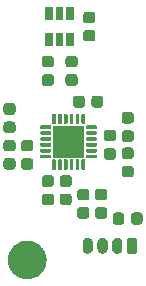
<source format=gts>
G04 #@! TF.GenerationSoftware,KiCad,Pcbnew,7.0.7*
G04 #@! TF.CreationDate,2023-09-24T13:34:41+10:00*
G04 #@! TF.ProjectId,fyp_breakout,6679705f-6272-4656-916b-6f75742e6b69,rev?*
G04 #@! TF.SameCoordinates,Original*
G04 #@! TF.FileFunction,Soldermask,Top*
G04 #@! TF.FilePolarity,Negative*
%FSLAX46Y46*%
G04 Gerber Fmt 4.6, Leading zero omitted, Abs format (unit mm)*
G04 Created by KiCad (PCBNEW 7.0.7) date 2023-09-24 13:34:41*
%MOMM*%
%LPD*%
G01*
G04 APERTURE LIST*
G04 APERTURE END LIST*
G36*
X141559975Y-116366720D02*
G01*
X141622394Y-116366720D01*
X141690598Y-116377000D01*
X141756240Y-116382166D01*
X141809150Y-116394868D01*
X141864459Y-116403205D01*
X141936734Y-116425499D01*
X142006170Y-116442169D01*
X142051064Y-116460765D01*
X142098374Y-116475358D01*
X142172654Y-116511129D01*
X142243636Y-116540531D01*
X142280069Y-116562857D01*
X142318935Y-116581574D01*
X142392862Y-116631977D01*
X142462792Y-116674830D01*
X142490794Y-116698746D01*
X142521186Y-116719467D01*
X142592152Y-116785314D01*
X142658241Y-116841759D01*
X142678308Y-116865255D01*
X142700635Y-116885971D01*
X142765909Y-116967823D01*
X142825170Y-117037208D01*
X142838203Y-117058476D01*
X142853264Y-117077362D01*
X142910064Y-117175743D01*
X142959469Y-117256364D01*
X142966725Y-117273882D01*
X142975659Y-117289356D01*
X143021213Y-117405427D01*
X143057831Y-117493830D01*
X143060859Y-117506445D01*
X143065095Y-117517237D01*
X143096800Y-117656151D01*
X143117834Y-117743760D01*
X143118379Y-117750695D01*
X143119565Y-117755888D01*
X143135047Y-117962486D01*
X143138000Y-118000000D01*
X143135047Y-118037516D01*
X143119565Y-118244111D01*
X143118379Y-118249303D01*
X143117834Y-118256240D01*
X143096796Y-118343867D01*
X143065095Y-118482762D01*
X143060860Y-118493551D01*
X143057831Y-118506170D01*
X143021205Y-118594590D01*
X142975659Y-118710643D01*
X142966727Y-118726113D01*
X142959469Y-118743636D01*
X142910054Y-118824272D01*
X142853264Y-118922637D01*
X142838206Y-118941519D01*
X142825170Y-118962792D01*
X142765897Y-119032190D01*
X142700635Y-119114028D01*
X142678312Y-119134740D01*
X142658241Y-119158241D01*
X142592139Y-119214697D01*
X142521186Y-119280532D01*
X142490800Y-119301248D01*
X142462792Y-119325170D01*
X142392848Y-119368031D01*
X142318935Y-119418425D01*
X142280076Y-119437137D01*
X142243636Y-119459469D01*
X142172639Y-119488876D01*
X142098374Y-119524641D01*
X142051074Y-119539231D01*
X142006170Y-119557831D01*
X141936719Y-119574504D01*
X141864459Y-119596794D01*
X141809158Y-119605129D01*
X141756240Y-119617834D01*
X141690594Y-119623000D01*
X141622394Y-119633280D01*
X141559975Y-119633280D01*
X141500000Y-119638000D01*
X141440025Y-119633280D01*
X141377606Y-119633280D01*
X141309405Y-119623000D01*
X141243760Y-119617834D01*
X141190842Y-119605129D01*
X141135540Y-119596794D01*
X141063275Y-119574503D01*
X140993830Y-119557831D01*
X140948928Y-119539232D01*
X140901625Y-119524641D01*
X140827355Y-119488874D01*
X140756364Y-119459469D01*
X140719923Y-119437138D01*
X140681065Y-119418425D01*
X140607148Y-119368029D01*
X140537208Y-119325170D01*
X140509203Y-119301251D01*
X140478813Y-119280532D01*
X140407848Y-119214686D01*
X140341759Y-119158241D01*
X140321691Y-119134744D01*
X140299364Y-119114028D01*
X140234087Y-119032173D01*
X140174830Y-118962792D01*
X140161797Y-118941524D01*
X140146735Y-118922637D01*
X140089928Y-118824244D01*
X140040531Y-118743636D01*
X140033275Y-118726119D01*
X140024340Y-118710643D01*
X139978775Y-118594544D01*
X139942169Y-118506170D01*
X139939141Y-118493558D01*
X139934904Y-118482762D01*
X139903183Y-118343783D01*
X139882166Y-118256240D01*
X139881620Y-118249309D01*
X139880434Y-118244111D01*
X139864931Y-118037250D01*
X139862000Y-118000000D01*
X139864931Y-117962752D01*
X139880434Y-117755888D01*
X139881620Y-117750688D01*
X139882166Y-117743760D01*
X139903178Y-117656235D01*
X139934904Y-117517237D01*
X139939141Y-117506439D01*
X139942169Y-117493830D01*
X139978767Y-117405473D01*
X140024340Y-117289356D01*
X140033276Y-117273876D01*
X140040531Y-117256364D01*
X140089918Y-117175771D01*
X140146735Y-117077362D01*
X140161799Y-117058471D01*
X140174830Y-117037208D01*
X140234075Y-116967840D01*
X140299364Y-116885971D01*
X140321695Y-116865250D01*
X140341759Y-116841759D01*
X140407834Y-116785324D01*
X140478813Y-116719467D01*
X140509209Y-116698743D01*
X140537208Y-116674830D01*
X140607133Y-116631979D01*
X140681065Y-116581574D01*
X140719931Y-116562856D01*
X140756364Y-116540531D01*
X140827341Y-116511131D01*
X140901625Y-116475358D01*
X140948938Y-116460763D01*
X140993830Y-116442169D01*
X141063260Y-116425500D01*
X141135540Y-116403205D01*
X141190851Y-116394868D01*
X141243760Y-116382166D01*
X141309401Y-116377000D01*
X141377606Y-116366720D01*
X141440025Y-116366720D01*
X141500000Y-116362000D01*
X141559975Y-116366720D01*
G37*
G36*
X150579047Y-116112805D02*
G01*
X150627661Y-116118445D01*
X150644271Y-116125779D01*
X150666079Y-116130117D01*
X150689425Y-116145716D01*
X150709012Y-116154365D01*
X150722390Y-116167743D01*
X150743291Y-116181709D01*
X150757256Y-116202609D01*
X150770634Y-116215987D01*
X150779281Y-116235572D01*
X150794883Y-116258921D01*
X150799221Y-116280731D01*
X150806554Y-116297338D01*
X150812192Y-116345942D01*
X150813000Y-116350000D01*
X150813000Y-117250000D01*
X150812192Y-117254059D01*
X150806554Y-117302661D01*
X150799221Y-117319266D01*
X150794883Y-117341079D01*
X150779280Y-117364429D01*
X150770634Y-117384012D01*
X150757258Y-117397387D01*
X150743291Y-117418291D01*
X150722387Y-117432258D01*
X150709012Y-117445634D01*
X150689429Y-117454280D01*
X150666079Y-117469883D01*
X150644266Y-117474221D01*
X150627661Y-117481554D01*
X150579059Y-117487192D01*
X150575000Y-117488000D01*
X150175000Y-117488000D01*
X150170942Y-117487192D01*
X150122338Y-117481554D01*
X150105731Y-117474221D01*
X150083921Y-117469883D01*
X150060572Y-117454281D01*
X150040987Y-117445634D01*
X150027609Y-117432256D01*
X150006709Y-117418291D01*
X149992743Y-117397390D01*
X149979365Y-117384012D01*
X149970716Y-117364425D01*
X149955117Y-117341079D01*
X149950779Y-117319271D01*
X149943445Y-117302661D01*
X149937805Y-117254047D01*
X149937000Y-117250000D01*
X149937000Y-116350000D01*
X149937804Y-116345954D01*
X149943445Y-116297338D01*
X149950779Y-116280727D01*
X149955117Y-116258921D01*
X149970715Y-116235576D01*
X149979365Y-116215987D01*
X149992745Y-116202606D01*
X150006709Y-116181709D01*
X150027606Y-116167745D01*
X150040987Y-116154365D01*
X150060576Y-116145715D01*
X150083921Y-116130117D01*
X150105727Y-116125779D01*
X150122338Y-116118445D01*
X150170954Y-116112804D01*
X150175000Y-116112000D01*
X150575000Y-116112000D01*
X150579047Y-116112805D01*
G37*
G36*
X146674127Y-116116967D02*
G01*
X146687260Y-116116967D01*
X146733106Y-116130428D01*
X146785019Y-116142277D01*
X146796981Y-116149183D01*
X146806737Y-116152048D01*
X146849110Y-116179280D01*
X146898089Y-116207558D01*
X146905442Y-116215483D01*
X146911492Y-116219371D01*
X146945984Y-116259176D01*
X146986893Y-116303266D01*
X146990277Y-116310292D01*
X146993036Y-116313477D01*
X147015527Y-116362727D01*
X147043541Y-116420897D01*
X147044254Y-116425628D01*
X147044765Y-116426747D01*
X147051849Y-116476020D01*
X147063000Y-116550000D01*
X147063000Y-117050000D01*
X147058108Y-117115281D01*
X147048727Y-117145690D01*
X147044765Y-117173252D01*
X147030780Y-117203874D01*
X147019624Y-117240041D01*
X147003387Y-117263856D01*
X146993036Y-117286522D01*
X146969105Y-117314139D01*
X146946077Y-117347916D01*
X146925882Y-117364020D01*
X146911492Y-117380628D01*
X146878341Y-117401933D01*
X146844000Y-117429319D01*
X146822753Y-117437657D01*
X146806737Y-117447951D01*
X146766191Y-117459856D01*
X146722464Y-117477018D01*
X146702701Y-117478499D01*
X146687260Y-117483033D01*
X146642201Y-117483033D01*
X146592268Y-117486775D01*
X146575873Y-117483033D01*
X146562740Y-117483033D01*
X146516898Y-117469572D01*
X146464981Y-117457723D01*
X146453016Y-117450815D01*
X146443262Y-117447951D01*
X146400894Y-117420722D01*
X146351911Y-117392442D01*
X146344556Y-117384515D01*
X146338507Y-117380628D01*
X146304013Y-117340821D01*
X146263107Y-117296734D01*
X146259723Y-117289707D01*
X146256963Y-117286522D01*
X146234461Y-117237250D01*
X146206459Y-117179103D01*
X146205746Y-117174373D01*
X146205234Y-117173252D01*
X146198140Y-117123911D01*
X146187000Y-117050000D01*
X146187000Y-116550000D01*
X146191892Y-116484719D01*
X146201270Y-116454315D01*
X146205234Y-116426747D01*
X146219222Y-116396115D01*
X146230376Y-116359959D01*
X146246608Y-116336149D01*
X146256963Y-116313477D01*
X146280901Y-116285850D01*
X146303923Y-116252084D01*
X146324110Y-116235984D01*
X146338507Y-116219371D01*
X146371669Y-116198058D01*
X146406000Y-116170681D01*
X146427239Y-116162345D01*
X146443262Y-116152048D01*
X146483817Y-116140140D01*
X146527536Y-116122982D01*
X146547298Y-116121501D01*
X146562740Y-116116967D01*
X146607799Y-116116967D01*
X146657732Y-116113225D01*
X146674127Y-116116967D01*
G37*
G36*
X147924127Y-116116967D02*
G01*
X147937260Y-116116967D01*
X147983106Y-116130428D01*
X148035019Y-116142277D01*
X148046981Y-116149183D01*
X148056737Y-116152048D01*
X148099110Y-116179280D01*
X148148089Y-116207558D01*
X148155442Y-116215483D01*
X148161492Y-116219371D01*
X148195984Y-116259176D01*
X148236893Y-116303266D01*
X148240277Y-116310292D01*
X148243036Y-116313477D01*
X148265527Y-116362727D01*
X148293541Y-116420897D01*
X148294254Y-116425628D01*
X148294765Y-116426747D01*
X148301849Y-116476020D01*
X148313000Y-116550000D01*
X148313000Y-117050000D01*
X148308108Y-117115281D01*
X148298727Y-117145690D01*
X148294765Y-117173252D01*
X148280780Y-117203874D01*
X148269624Y-117240041D01*
X148253387Y-117263856D01*
X148243036Y-117286522D01*
X148219105Y-117314139D01*
X148196077Y-117347916D01*
X148175882Y-117364020D01*
X148161492Y-117380628D01*
X148128341Y-117401933D01*
X148094000Y-117429319D01*
X148072753Y-117437657D01*
X148056737Y-117447951D01*
X148016191Y-117459856D01*
X147972464Y-117477018D01*
X147952701Y-117478499D01*
X147937260Y-117483033D01*
X147892201Y-117483033D01*
X147842268Y-117486775D01*
X147825873Y-117483033D01*
X147812740Y-117483033D01*
X147766898Y-117469572D01*
X147714981Y-117457723D01*
X147703016Y-117450815D01*
X147693262Y-117447951D01*
X147650894Y-117420722D01*
X147601911Y-117392442D01*
X147594556Y-117384515D01*
X147588507Y-117380628D01*
X147554013Y-117340821D01*
X147513107Y-117296734D01*
X147509723Y-117289707D01*
X147506963Y-117286522D01*
X147484461Y-117237250D01*
X147456459Y-117179103D01*
X147455746Y-117174373D01*
X147455234Y-117173252D01*
X147448140Y-117123911D01*
X147437000Y-117050000D01*
X147437000Y-116550000D01*
X147441892Y-116484719D01*
X147451270Y-116454315D01*
X147455234Y-116426747D01*
X147469222Y-116396115D01*
X147480376Y-116359959D01*
X147496608Y-116336149D01*
X147506963Y-116313477D01*
X147530901Y-116285850D01*
X147553923Y-116252084D01*
X147574110Y-116235984D01*
X147588507Y-116219371D01*
X147621669Y-116198058D01*
X147656000Y-116170681D01*
X147677239Y-116162345D01*
X147693262Y-116152048D01*
X147733817Y-116140140D01*
X147777536Y-116122982D01*
X147797298Y-116121501D01*
X147812740Y-116116967D01*
X147857799Y-116116967D01*
X147907732Y-116113225D01*
X147924127Y-116116967D01*
G37*
G36*
X149174127Y-116116967D02*
G01*
X149187260Y-116116967D01*
X149233106Y-116130428D01*
X149285019Y-116142277D01*
X149296981Y-116149183D01*
X149306737Y-116152048D01*
X149349110Y-116179280D01*
X149398089Y-116207558D01*
X149405442Y-116215483D01*
X149411492Y-116219371D01*
X149445984Y-116259176D01*
X149486893Y-116303266D01*
X149490277Y-116310292D01*
X149493036Y-116313477D01*
X149515527Y-116362727D01*
X149543541Y-116420897D01*
X149544254Y-116425628D01*
X149544765Y-116426747D01*
X149551849Y-116476020D01*
X149563000Y-116550000D01*
X149563000Y-117050000D01*
X149558108Y-117115281D01*
X149548727Y-117145690D01*
X149544765Y-117173252D01*
X149530780Y-117203874D01*
X149519624Y-117240041D01*
X149503387Y-117263856D01*
X149493036Y-117286522D01*
X149469105Y-117314139D01*
X149446077Y-117347916D01*
X149425882Y-117364020D01*
X149411492Y-117380628D01*
X149378341Y-117401933D01*
X149344000Y-117429319D01*
X149322753Y-117437657D01*
X149306737Y-117447951D01*
X149266191Y-117459856D01*
X149222464Y-117477018D01*
X149202701Y-117478499D01*
X149187260Y-117483033D01*
X149142201Y-117483033D01*
X149092268Y-117486775D01*
X149075873Y-117483033D01*
X149062740Y-117483033D01*
X149016898Y-117469572D01*
X148964981Y-117457723D01*
X148953016Y-117450815D01*
X148943262Y-117447951D01*
X148900894Y-117420722D01*
X148851911Y-117392442D01*
X148844556Y-117384515D01*
X148838507Y-117380628D01*
X148804013Y-117340821D01*
X148763107Y-117296734D01*
X148759723Y-117289707D01*
X148756963Y-117286522D01*
X148734461Y-117237250D01*
X148706459Y-117179103D01*
X148705746Y-117174373D01*
X148705234Y-117173252D01*
X148698140Y-117123911D01*
X148687000Y-117050000D01*
X148687000Y-116550000D01*
X148691892Y-116484719D01*
X148701270Y-116454315D01*
X148705234Y-116426747D01*
X148719222Y-116396115D01*
X148730376Y-116359959D01*
X148746608Y-116336149D01*
X148756963Y-116313477D01*
X148780901Y-116285850D01*
X148803923Y-116252084D01*
X148824110Y-116235984D01*
X148838507Y-116219371D01*
X148871669Y-116198058D01*
X148906000Y-116170681D01*
X148927239Y-116162345D01*
X148943262Y-116152048D01*
X148983817Y-116140140D01*
X149027536Y-116122982D01*
X149047298Y-116121501D01*
X149062740Y-116116967D01*
X149107799Y-116116967D01*
X149157732Y-116113225D01*
X149174127Y-116116967D01*
G37*
G36*
X149456409Y-113988274D02*
G01*
X149516852Y-113996232D01*
X149532057Y-114003322D01*
X149550646Y-114007020D01*
X149575266Y-114023470D01*
X149600407Y-114035194D01*
X149615702Y-114050489D01*
X149635969Y-114064031D01*
X149649510Y-114084297D01*
X149664805Y-114099592D01*
X149676527Y-114124730D01*
X149692980Y-114149354D01*
X149696677Y-114167944D01*
X149703767Y-114183147D01*
X149711722Y-114243577D01*
X149713000Y-114250000D01*
X149713000Y-114750000D01*
X149711722Y-114756424D01*
X149703767Y-114816852D01*
X149696678Y-114832054D01*
X149692980Y-114850646D01*
X149676525Y-114875271D01*
X149664805Y-114900407D01*
X149649512Y-114915699D01*
X149635969Y-114935969D01*
X149615699Y-114949512D01*
X149600407Y-114964805D01*
X149575271Y-114976525D01*
X149550646Y-114992980D01*
X149532054Y-114996678D01*
X149516852Y-115003767D01*
X149456424Y-115011722D01*
X149450000Y-115013000D01*
X149000000Y-115013000D01*
X148993577Y-115011722D01*
X148933147Y-115003767D01*
X148917944Y-114996677D01*
X148899354Y-114992980D01*
X148874730Y-114976527D01*
X148849592Y-114964805D01*
X148834297Y-114949510D01*
X148814031Y-114935969D01*
X148800489Y-114915702D01*
X148785194Y-114900407D01*
X148773470Y-114875266D01*
X148757020Y-114850646D01*
X148753322Y-114832057D01*
X148746232Y-114816852D01*
X148738274Y-114756409D01*
X148737000Y-114750000D01*
X148737000Y-114250000D01*
X148738274Y-114243592D01*
X148746232Y-114183147D01*
X148753322Y-114167940D01*
X148757020Y-114149354D01*
X148773469Y-114124735D01*
X148785194Y-114099592D01*
X148800491Y-114084294D01*
X148814031Y-114064031D01*
X148834294Y-114050491D01*
X148849592Y-114035194D01*
X148874735Y-114023469D01*
X148899354Y-114007020D01*
X148917940Y-114003322D01*
X148933147Y-113996232D01*
X148993592Y-113988274D01*
X149000000Y-113987000D01*
X149450000Y-113987000D01*
X149456409Y-113988274D01*
G37*
G36*
X151006409Y-113988274D02*
G01*
X151066852Y-113996232D01*
X151082057Y-114003322D01*
X151100646Y-114007020D01*
X151125266Y-114023470D01*
X151150407Y-114035194D01*
X151165702Y-114050489D01*
X151185969Y-114064031D01*
X151199510Y-114084297D01*
X151214805Y-114099592D01*
X151226527Y-114124730D01*
X151242980Y-114149354D01*
X151246677Y-114167944D01*
X151253767Y-114183147D01*
X151261722Y-114243577D01*
X151263000Y-114250000D01*
X151263000Y-114750000D01*
X151261722Y-114756424D01*
X151253767Y-114816852D01*
X151246678Y-114832054D01*
X151242980Y-114850646D01*
X151226525Y-114875271D01*
X151214805Y-114900407D01*
X151199512Y-114915699D01*
X151185969Y-114935969D01*
X151165699Y-114949512D01*
X151150407Y-114964805D01*
X151125271Y-114976525D01*
X151100646Y-114992980D01*
X151082054Y-114996678D01*
X151066852Y-115003767D01*
X151006424Y-115011722D01*
X151000000Y-115013000D01*
X150550000Y-115013000D01*
X150543577Y-115011722D01*
X150483147Y-115003767D01*
X150467944Y-114996677D01*
X150449354Y-114992980D01*
X150424730Y-114976527D01*
X150399592Y-114964805D01*
X150384297Y-114949510D01*
X150364031Y-114935969D01*
X150350489Y-114915702D01*
X150335194Y-114900407D01*
X150323470Y-114875266D01*
X150307020Y-114850646D01*
X150303322Y-114832057D01*
X150296232Y-114816852D01*
X150288274Y-114756409D01*
X150287000Y-114750000D01*
X150287000Y-114250000D01*
X150288274Y-114243592D01*
X150296232Y-114183147D01*
X150303322Y-114167940D01*
X150307020Y-114149354D01*
X150323469Y-114124735D01*
X150335194Y-114099592D01*
X150350491Y-114084294D01*
X150364031Y-114064031D01*
X150384294Y-114050491D01*
X150399592Y-114035194D01*
X150424735Y-114023469D01*
X150449354Y-114007020D01*
X150467940Y-114003322D01*
X150483147Y-113996232D01*
X150543592Y-113988274D01*
X150550000Y-113987000D01*
X151000000Y-113987000D01*
X151006409Y-113988274D01*
G37*
G36*
X146506409Y-113538274D02*
G01*
X146566852Y-113546232D01*
X146582057Y-113553322D01*
X146600646Y-113557020D01*
X146625266Y-113573470D01*
X146650407Y-113585194D01*
X146665702Y-113600489D01*
X146685969Y-113614031D01*
X146699510Y-113634297D01*
X146714805Y-113649592D01*
X146726527Y-113674730D01*
X146742980Y-113699354D01*
X146746677Y-113717944D01*
X146753767Y-113733147D01*
X146761722Y-113793577D01*
X146763000Y-113800000D01*
X146763000Y-114250000D01*
X146761722Y-114256424D01*
X146753767Y-114316852D01*
X146746678Y-114332054D01*
X146742980Y-114350646D01*
X146726525Y-114375271D01*
X146714805Y-114400407D01*
X146699512Y-114415699D01*
X146685969Y-114435969D01*
X146665699Y-114449512D01*
X146650407Y-114464805D01*
X146625271Y-114476525D01*
X146600646Y-114492980D01*
X146582054Y-114496678D01*
X146566852Y-114503767D01*
X146506424Y-114511722D01*
X146500000Y-114513000D01*
X146000000Y-114513000D01*
X145993577Y-114511722D01*
X145933147Y-114503767D01*
X145917944Y-114496677D01*
X145899354Y-114492980D01*
X145874730Y-114476527D01*
X145849592Y-114464805D01*
X145834297Y-114449510D01*
X145814031Y-114435969D01*
X145800489Y-114415702D01*
X145785194Y-114400407D01*
X145773470Y-114375266D01*
X145757020Y-114350646D01*
X145753322Y-114332057D01*
X145746232Y-114316852D01*
X145738274Y-114256409D01*
X145737000Y-114250000D01*
X145737000Y-113800000D01*
X145738274Y-113793592D01*
X145746232Y-113733147D01*
X145753322Y-113717940D01*
X145757020Y-113699354D01*
X145773469Y-113674735D01*
X145785194Y-113649592D01*
X145800491Y-113634294D01*
X145814031Y-113614031D01*
X145834294Y-113600491D01*
X145849592Y-113585194D01*
X145874735Y-113573469D01*
X145899354Y-113557020D01*
X145917940Y-113553322D01*
X145933147Y-113546232D01*
X145993592Y-113538274D01*
X146000000Y-113537000D01*
X146500000Y-113537000D01*
X146506409Y-113538274D01*
G37*
G36*
X148006409Y-113538274D02*
G01*
X148066852Y-113546232D01*
X148082057Y-113553322D01*
X148100646Y-113557020D01*
X148125266Y-113573470D01*
X148150407Y-113585194D01*
X148165702Y-113600489D01*
X148185969Y-113614031D01*
X148199510Y-113634297D01*
X148214805Y-113649592D01*
X148226527Y-113674730D01*
X148242980Y-113699354D01*
X148246677Y-113717944D01*
X148253767Y-113733147D01*
X148261722Y-113793577D01*
X148263000Y-113800000D01*
X148263000Y-114250000D01*
X148261722Y-114256424D01*
X148253767Y-114316852D01*
X148246678Y-114332054D01*
X148242980Y-114350646D01*
X148226525Y-114375271D01*
X148214805Y-114400407D01*
X148199512Y-114415699D01*
X148185969Y-114435969D01*
X148165699Y-114449512D01*
X148150407Y-114464805D01*
X148125271Y-114476525D01*
X148100646Y-114492980D01*
X148082054Y-114496678D01*
X148066852Y-114503767D01*
X148006424Y-114511722D01*
X148000000Y-114513000D01*
X147500000Y-114513000D01*
X147493577Y-114511722D01*
X147433147Y-114503767D01*
X147417944Y-114496677D01*
X147399354Y-114492980D01*
X147374730Y-114476527D01*
X147349592Y-114464805D01*
X147334297Y-114449510D01*
X147314031Y-114435969D01*
X147300489Y-114415702D01*
X147285194Y-114400407D01*
X147273470Y-114375266D01*
X147257020Y-114350646D01*
X147253322Y-114332057D01*
X147246232Y-114316852D01*
X147238274Y-114256409D01*
X147237000Y-114250000D01*
X147237000Y-113800000D01*
X147238274Y-113793592D01*
X147246232Y-113733147D01*
X147253322Y-113717940D01*
X147257020Y-113699354D01*
X147273469Y-113674735D01*
X147285194Y-113649592D01*
X147300491Y-113634294D01*
X147314031Y-113614031D01*
X147334294Y-113600491D01*
X147349592Y-113585194D01*
X147374735Y-113573469D01*
X147399354Y-113557020D01*
X147417940Y-113553322D01*
X147433147Y-113546232D01*
X147493592Y-113538274D01*
X147500000Y-113537000D01*
X148000000Y-113537000D01*
X148006409Y-113538274D01*
G37*
G36*
X143506409Y-112388274D02*
G01*
X143566852Y-112396232D01*
X143582057Y-112403322D01*
X143600646Y-112407020D01*
X143625266Y-112423470D01*
X143650407Y-112435194D01*
X143665702Y-112450489D01*
X143685969Y-112464031D01*
X143699510Y-112484297D01*
X143714805Y-112499592D01*
X143726527Y-112524730D01*
X143742980Y-112549354D01*
X143746677Y-112567944D01*
X143753767Y-112583147D01*
X143761722Y-112643577D01*
X143763000Y-112650000D01*
X143763000Y-113100000D01*
X143761722Y-113106424D01*
X143753767Y-113166852D01*
X143746678Y-113182054D01*
X143742980Y-113200646D01*
X143726525Y-113225271D01*
X143714805Y-113250407D01*
X143699512Y-113265699D01*
X143685969Y-113285969D01*
X143665699Y-113299512D01*
X143650407Y-113314805D01*
X143625271Y-113326525D01*
X143600646Y-113342980D01*
X143582054Y-113346678D01*
X143566852Y-113353767D01*
X143506424Y-113361722D01*
X143500000Y-113363000D01*
X143000000Y-113363000D01*
X142993577Y-113361722D01*
X142933147Y-113353767D01*
X142917944Y-113346677D01*
X142899354Y-113342980D01*
X142874730Y-113326527D01*
X142849592Y-113314805D01*
X142834297Y-113299510D01*
X142814031Y-113285969D01*
X142800489Y-113265702D01*
X142785194Y-113250407D01*
X142773470Y-113225266D01*
X142757020Y-113200646D01*
X142753322Y-113182057D01*
X142746232Y-113166852D01*
X142738274Y-113106409D01*
X142737000Y-113100000D01*
X142737000Y-112650000D01*
X142738274Y-112643592D01*
X142746232Y-112583147D01*
X142753322Y-112567940D01*
X142757020Y-112549354D01*
X142773469Y-112524735D01*
X142785194Y-112499592D01*
X142800491Y-112484294D01*
X142814031Y-112464031D01*
X142834294Y-112450491D01*
X142849592Y-112435194D01*
X142874735Y-112423469D01*
X142899354Y-112407020D01*
X142917940Y-112403322D01*
X142933147Y-112396232D01*
X142993592Y-112388274D01*
X143000000Y-112387000D01*
X143500000Y-112387000D01*
X143506409Y-112388274D01*
G37*
G36*
X145006409Y-112388274D02*
G01*
X145066852Y-112396232D01*
X145082057Y-112403322D01*
X145100646Y-112407020D01*
X145125266Y-112423470D01*
X145150407Y-112435194D01*
X145165702Y-112450489D01*
X145185969Y-112464031D01*
X145199510Y-112484297D01*
X145214805Y-112499592D01*
X145226527Y-112524730D01*
X145242980Y-112549354D01*
X145246677Y-112567944D01*
X145253767Y-112583147D01*
X145261722Y-112643577D01*
X145263000Y-112650000D01*
X145263000Y-113100000D01*
X145261722Y-113106424D01*
X145253767Y-113166852D01*
X145246678Y-113182054D01*
X145242980Y-113200646D01*
X145226525Y-113225271D01*
X145214805Y-113250407D01*
X145199512Y-113265699D01*
X145185969Y-113285969D01*
X145165699Y-113299512D01*
X145150407Y-113314805D01*
X145125271Y-113326525D01*
X145100646Y-113342980D01*
X145082054Y-113346678D01*
X145066852Y-113353767D01*
X145006424Y-113361722D01*
X145000000Y-113363000D01*
X144500000Y-113363000D01*
X144493577Y-113361722D01*
X144433147Y-113353767D01*
X144417944Y-113346677D01*
X144399354Y-113342980D01*
X144374730Y-113326527D01*
X144349592Y-113314805D01*
X144334297Y-113299510D01*
X144314031Y-113285969D01*
X144300489Y-113265702D01*
X144285194Y-113250407D01*
X144273470Y-113225266D01*
X144257020Y-113200646D01*
X144253322Y-113182057D01*
X144246232Y-113166852D01*
X144238274Y-113106409D01*
X144237000Y-113100000D01*
X144237000Y-112650000D01*
X144238274Y-112643592D01*
X144246232Y-112583147D01*
X144253322Y-112567940D01*
X144257020Y-112549354D01*
X144273469Y-112524735D01*
X144285194Y-112499592D01*
X144300491Y-112484294D01*
X144314031Y-112464031D01*
X144334294Y-112450491D01*
X144349592Y-112435194D01*
X144374735Y-112423469D01*
X144399354Y-112407020D01*
X144417940Y-112403322D01*
X144433147Y-112396232D01*
X144493592Y-112388274D01*
X144500000Y-112387000D01*
X145000000Y-112387000D01*
X145006409Y-112388274D01*
G37*
G36*
X146506409Y-111988274D02*
G01*
X146566852Y-111996232D01*
X146582057Y-112003322D01*
X146600646Y-112007020D01*
X146625266Y-112023470D01*
X146650407Y-112035194D01*
X146665702Y-112050489D01*
X146685969Y-112064031D01*
X146699510Y-112084297D01*
X146714805Y-112099592D01*
X146726527Y-112124730D01*
X146742980Y-112149354D01*
X146746677Y-112167944D01*
X146753767Y-112183147D01*
X146761722Y-112243577D01*
X146763000Y-112250000D01*
X146763000Y-112700000D01*
X146761722Y-112706424D01*
X146753767Y-112766852D01*
X146746678Y-112782054D01*
X146742980Y-112800646D01*
X146726525Y-112825271D01*
X146714805Y-112850407D01*
X146699512Y-112865699D01*
X146685969Y-112885969D01*
X146665699Y-112899512D01*
X146650407Y-112914805D01*
X146625271Y-112926525D01*
X146600646Y-112942980D01*
X146582054Y-112946678D01*
X146566852Y-112953767D01*
X146506424Y-112961722D01*
X146500000Y-112963000D01*
X146000000Y-112963000D01*
X145993577Y-112961722D01*
X145933147Y-112953767D01*
X145917944Y-112946677D01*
X145899354Y-112942980D01*
X145874730Y-112926527D01*
X145849592Y-112914805D01*
X145834297Y-112899510D01*
X145814031Y-112885969D01*
X145800489Y-112865702D01*
X145785194Y-112850407D01*
X145773470Y-112825266D01*
X145757020Y-112800646D01*
X145753322Y-112782057D01*
X145746232Y-112766852D01*
X145738274Y-112706409D01*
X145737000Y-112700000D01*
X145737000Y-112250000D01*
X145738274Y-112243592D01*
X145746232Y-112183147D01*
X145753322Y-112167940D01*
X145757020Y-112149354D01*
X145773469Y-112124735D01*
X145785194Y-112099592D01*
X145800491Y-112084294D01*
X145814031Y-112064031D01*
X145834294Y-112050491D01*
X145849592Y-112035194D01*
X145874735Y-112023469D01*
X145899354Y-112007020D01*
X145917940Y-112003322D01*
X145933147Y-111996232D01*
X145993592Y-111988274D01*
X146000000Y-111987000D01*
X146500000Y-111987000D01*
X146506409Y-111988274D01*
G37*
G36*
X148006409Y-111988274D02*
G01*
X148066852Y-111996232D01*
X148082057Y-112003322D01*
X148100646Y-112007020D01*
X148125266Y-112023470D01*
X148150407Y-112035194D01*
X148165702Y-112050489D01*
X148185969Y-112064031D01*
X148199510Y-112084297D01*
X148214805Y-112099592D01*
X148226527Y-112124730D01*
X148242980Y-112149354D01*
X148246677Y-112167944D01*
X148253767Y-112183147D01*
X148261722Y-112243577D01*
X148263000Y-112250000D01*
X148263000Y-112700000D01*
X148261722Y-112706424D01*
X148253767Y-112766852D01*
X148246678Y-112782054D01*
X148242980Y-112800646D01*
X148226525Y-112825271D01*
X148214805Y-112850407D01*
X148199512Y-112865699D01*
X148185969Y-112885969D01*
X148165699Y-112899512D01*
X148150407Y-112914805D01*
X148125271Y-112926525D01*
X148100646Y-112942980D01*
X148082054Y-112946678D01*
X148066852Y-112953767D01*
X148006424Y-112961722D01*
X148000000Y-112963000D01*
X147500000Y-112963000D01*
X147493577Y-112961722D01*
X147433147Y-112953767D01*
X147417944Y-112946677D01*
X147399354Y-112942980D01*
X147374730Y-112926527D01*
X147349592Y-112914805D01*
X147334297Y-112899510D01*
X147314031Y-112885969D01*
X147300489Y-112865702D01*
X147285194Y-112850407D01*
X147273470Y-112825266D01*
X147257020Y-112800646D01*
X147253322Y-112782057D01*
X147246232Y-112766852D01*
X147238274Y-112706409D01*
X147237000Y-112700000D01*
X147237000Y-112250000D01*
X147238274Y-112243592D01*
X147246232Y-112183147D01*
X147253322Y-112167940D01*
X147257020Y-112149354D01*
X147273469Y-112124735D01*
X147285194Y-112099592D01*
X147300491Y-112084294D01*
X147314031Y-112064031D01*
X147334294Y-112050491D01*
X147349592Y-112035194D01*
X147374735Y-112023469D01*
X147399354Y-112007020D01*
X147417940Y-112003322D01*
X147433147Y-111996232D01*
X147493592Y-111988274D01*
X147500000Y-111987000D01*
X148000000Y-111987000D01*
X148006409Y-111988274D01*
G37*
G36*
X143506409Y-110838274D02*
G01*
X143566852Y-110846232D01*
X143582057Y-110853322D01*
X143600646Y-110857020D01*
X143625266Y-110873470D01*
X143650407Y-110885194D01*
X143665702Y-110900489D01*
X143685969Y-110914031D01*
X143699510Y-110934297D01*
X143714805Y-110949592D01*
X143726527Y-110974730D01*
X143742980Y-110999354D01*
X143746677Y-111017944D01*
X143753767Y-111033147D01*
X143761722Y-111093577D01*
X143763000Y-111100000D01*
X143763000Y-111550000D01*
X143761722Y-111556424D01*
X143753767Y-111616852D01*
X143746678Y-111632054D01*
X143742980Y-111650646D01*
X143726525Y-111675271D01*
X143714805Y-111700407D01*
X143699512Y-111715699D01*
X143685969Y-111735969D01*
X143665699Y-111749512D01*
X143650407Y-111764805D01*
X143625271Y-111776525D01*
X143600646Y-111792980D01*
X143582054Y-111796678D01*
X143566852Y-111803767D01*
X143506424Y-111811722D01*
X143500000Y-111813000D01*
X143000000Y-111813000D01*
X142993577Y-111811722D01*
X142933147Y-111803767D01*
X142917944Y-111796677D01*
X142899354Y-111792980D01*
X142874730Y-111776527D01*
X142849592Y-111764805D01*
X142834297Y-111749510D01*
X142814031Y-111735969D01*
X142800489Y-111715702D01*
X142785194Y-111700407D01*
X142773470Y-111675266D01*
X142757020Y-111650646D01*
X142753322Y-111632057D01*
X142746232Y-111616852D01*
X142738274Y-111556409D01*
X142737000Y-111550000D01*
X142737000Y-111100000D01*
X142738274Y-111093592D01*
X142746232Y-111033147D01*
X142753322Y-111017940D01*
X142757020Y-110999354D01*
X142773469Y-110974735D01*
X142785194Y-110949592D01*
X142800491Y-110934294D01*
X142814031Y-110914031D01*
X142834294Y-110900491D01*
X142849592Y-110885194D01*
X142874735Y-110873469D01*
X142899354Y-110857020D01*
X142917940Y-110853322D01*
X142933147Y-110846232D01*
X142993592Y-110838274D01*
X143000000Y-110837000D01*
X143500000Y-110837000D01*
X143506409Y-110838274D01*
G37*
G36*
X145006409Y-110838274D02*
G01*
X145066852Y-110846232D01*
X145082057Y-110853322D01*
X145100646Y-110857020D01*
X145125266Y-110873470D01*
X145150407Y-110885194D01*
X145165702Y-110900489D01*
X145185969Y-110914031D01*
X145199510Y-110934297D01*
X145214805Y-110949592D01*
X145226527Y-110974730D01*
X145242980Y-110999354D01*
X145246677Y-111017944D01*
X145253767Y-111033147D01*
X145261722Y-111093577D01*
X145263000Y-111100000D01*
X145263000Y-111550000D01*
X145261722Y-111556424D01*
X145253767Y-111616852D01*
X145246678Y-111632054D01*
X145242980Y-111650646D01*
X145226525Y-111675271D01*
X145214805Y-111700407D01*
X145199512Y-111715699D01*
X145185969Y-111735969D01*
X145165699Y-111749512D01*
X145150407Y-111764805D01*
X145125271Y-111776525D01*
X145100646Y-111792980D01*
X145082054Y-111796678D01*
X145066852Y-111803767D01*
X145006424Y-111811722D01*
X145000000Y-111813000D01*
X144500000Y-111813000D01*
X144493577Y-111811722D01*
X144433147Y-111803767D01*
X144417944Y-111796677D01*
X144399354Y-111792980D01*
X144374730Y-111776527D01*
X144349592Y-111764805D01*
X144334297Y-111749510D01*
X144314031Y-111735969D01*
X144300489Y-111715702D01*
X144285194Y-111700407D01*
X144273470Y-111675266D01*
X144257020Y-111650646D01*
X144253322Y-111632057D01*
X144246232Y-111616852D01*
X144238274Y-111556409D01*
X144237000Y-111550000D01*
X144237000Y-111100000D01*
X144238274Y-111093592D01*
X144246232Y-111033147D01*
X144253322Y-111017940D01*
X144257020Y-110999354D01*
X144273469Y-110974735D01*
X144285194Y-110949592D01*
X144300491Y-110934294D01*
X144314031Y-110914031D01*
X144334294Y-110900491D01*
X144349592Y-110885194D01*
X144374735Y-110873469D01*
X144399354Y-110857020D01*
X144417940Y-110853322D01*
X144433147Y-110846232D01*
X144493592Y-110838274D01*
X144500000Y-110837000D01*
X145000000Y-110837000D01*
X145006409Y-110838274D01*
G37*
G36*
X150256409Y-110038274D02*
G01*
X150316852Y-110046232D01*
X150332057Y-110053322D01*
X150350646Y-110057020D01*
X150375266Y-110073470D01*
X150400407Y-110085194D01*
X150415702Y-110100489D01*
X150435969Y-110114031D01*
X150449510Y-110134297D01*
X150464805Y-110149592D01*
X150476527Y-110174730D01*
X150492980Y-110199354D01*
X150496677Y-110217944D01*
X150503767Y-110233147D01*
X150511722Y-110293577D01*
X150513000Y-110300000D01*
X150513000Y-110750000D01*
X150511722Y-110756424D01*
X150503767Y-110816852D01*
X150496678Y-110832054D01*
X150492980Y-110850646D01*
X150476525Y-110875271D01*
X150464805Y-110900407D01*
X150449512Y-110915699D01*
X150435969Y-110935969D01*
X150415699Y-110949512D01*
X150400407Y-110964805D01*
X150375271Y-110976525D01*
X150350646Y-110992980D01*
X150332054Y-110996678D01*
X150316852Y-111003767D01*
X150256424Y-111011722D01*
X150250000Y-111013000D01*
X149750000Y-111013000D01*
X149743577Y-111011722D01*
X149683147Y-111003767D01*
X149667944Y-110996677D01*
X149649354Y-110992980D01*
X149624730Y-110976527D01*
X149599592Y-110964805D01*
X149584297Y-110949510D01*
X149564031Y-110935969D01*
X149550489Y-110915702D01*
X149535194Y-110900407D01*
X149523470Y-110875266D01*
X149507020Y-110850646D01*
X149503322Y-110832057D01*
X149496232Y-110816852D01*
X149488274Y-110756409D01*
X149487000Y-110750000D01*
X149487000Y-110300000D01*
X149488274Y-110293592D01*
X149496232Y-110233147D01*
X149503322Y-110217940D01*
X149507020Y-110199354D01*
X149523469Y-110174735D01*
X149535194Y-110149592D01*
X149550491Y-110134294D01*
X149564031Y-110114031D01*
X149584294Y-110100491D01*
X149599592Y-110085194D01*
X149624735Y-110073469D01*
X149649354Y-110057020D01*
X149667940Y-110053322D01*
X149683147Y-110046232D01*
X149743592Y-110038274D01*
X149750000Y-110037000D01*
X150250000Y-110037000D01*
X150256409Y-110038274D01*
G37*
G36*
X143850960Y-109494650D02*
G01*
X143883564Y-109516436D01*
X143905350Y-109549040D01*
X143913000Y-109587500D01*
X143913000Y-110287500D01*
X143905350Y-110325960D01*
X143883564Y-110358564D01*
X143850960Y-110380350D01*
X143812500Y-110388000D01*
X143687500Y-110388000D01*
X143649040Y-110380350D01*
X143616436Y-110358564D01*
X143594650Y-110325960D01*
X143587000Y-110287500D01*
X143587000Y-109587500D01*
X143594650Y-109549040D01*
X143616436Y-109516436D01*
X143649040Y-109494650D01*
X143687500Y-109487000D01*
X143812500Y-109487000D01*
X143850960Y-109494650D01*
G37*
G36*
X144350960Y-109494650D02*
G01*
X144383564Y-109516436D01*
X144405350Y-109549040D01*
X144413000Y-109587500D01*
X144413000Y-110287500D01*
X144405350Y-110325960D01*
X144383564Y-110358564D01*
X144350960Y-110380350D01*
X144312500Y-110388000D01*
X144187500Y-110388000D01*
X144149040Y-110380350D01*
X144116436Y-110358564D01*
X144094650Y-110325960D01*
X144087000Y-110287500D01*
X144087000Y-109587500D01*
X144094650Y-109549040D01*
X144116436Y-109516436D01*
X144149040Y-109494650D01*
X144187500Y-109487000D01*
X144312500Y-109487000D01*
X144350960Y-109494650D01*
G37*
G36*
X144850960Y-109494650D02*
G01*
X144883564Y-109516436D01*
X144905350Y-109549040D01*
X144913000Y-109587500D01*
X144913000Y-110287500D01*
X144905350Y-110325960D01*
X144883564Y-110358564D01*
X144850960Y-110380350D01*
X144812500Y-110388000D01*
X144687500Y-110388000D01*
X144649040Y-110380350D01*
X144616436Y-110358564D01*
X144594650Y-110325960D01*
X144587000Y-110287500D01*
X144587000Y-109587500D01*
X144594650Y-109549040D01*
X144616436Y-109516436D01*
X144649040Y-109494650D01*
X144687500Y-109487000D01*
X144812500Y-109487000D01*
X144850960Y-109494650D01*
G37*
G36*
X145350960Y-109494650D02*
G01*
X145383564Y-109516436D01*
X145405350Y-109549040D01*
X145413000Y-109587500D01*
X145413000Y-110287500D01*
X145405350Y-110325960D01*
X145383564Y-110358564D01*
X145350960Y-110380350D01*
X145312500Y-110388000D01*
X145187500Y-110388000D01*
X145149040Y-110380350D01*
X145116436Y-110358564D01*
X145094650Y-110325960D01*
X145087000Y-110287500D01*
X145087000Y-109587500D01*
X145094650Y-109549040D01*
X145116436Y-109516436D01*
X145149040Y-109494650D01*
X145187500Y-109487000D01*
X145312500Y-109487000D01*
X145350960Y-109494650D01*
G37*
G36*
X145850960Y-109494650D02*
G01*
X145883564Y-109516436D01*
X145905350Y-109549040D01*
X145913000Y-109587500D01*
X145913000Y-110287500D01*
X145905350Y-110325960D01*
X145883564Y-110358564D01*
X145850960Y-110380350D01*
X145812500Y-110388000D01*
X145687500Y-110388000D01*
X145649040Y-110380350D01*
X145616436Y-110358564D01*
X145594650Y-110325960D01*
X145587000Y-110287500D01*
X145587000Y-109587500D01*
X145594650Y-109549040D01*
X145616436Y-109516436D01*
X145649040Y-109494650D01*
X145687500Y-109487000D01*
X145812500Y-109487000D01*
X145850960Y-109494650D01*
G37*
G36*
X146350960Y-109494650D02*
G01*
X146383564Y-109516436D01*
X146405350Y-109549040D01*
X146413000Y-109587500D01*
X146413000Y-110287500D01*
X146405350Y-110325960D01*
X146383564Y-110358564D01*
X146350960Y-110380350D01*
X146312500Y-110388000D01*
X146187500Y-110388000D01*
X146149040Y-110380350D01*
X146116436Y-110358564D01*
X146094650Y-110325960D01*
X146087000Y-110287500D01*
X146087000Y-109587500D01*
X146094650Y-109549040D01*
X146116436Y-109516436D01*
X146149040Y-109494650D01*
X146187500Y-109487000D01*
X146312500Y-109487000D01*
X146350960Y-109494650D01*
G37*
G36*
X140256409Y-109388274D02*
G01*
X140316852Y-109396232D01*
X140332057Y-109403322D01*
X140350646Y-109407020D01*
X140375266Y-109423470D01*
X140400407Y-109435194D01*
X140415702Y-109450489D01*
X140435969Y-109464031D01*
X140449510Y-109484297D01*
X140464805Y-109499592D01*
X140476527Y-109524730D01*
X140492980Y-109549354D01*
X140496677Y-109567944D01*
X140503767Y-109583147D01*
X140511722Y-109643577D01*
X140513000Y-109650000D01*
X140513000Y-110100000D01*
X140511722Y-110106424D01*
X140503767Y-110166852D01*
X140496678Y-110182054D01*
X140492980Y-110200646D01*
X140476525Y-110225271D01*
X140464805Y-110250407D01*
X140449512Y-110265699D01*
X140435969Y-110285969D01*
X140415699Y-110299512D01*
X140400407Y-110314805D01*
X140375271Y-110326525D01*
X140350646Y-110342980D01*
X140332054Y-110346678D01*
X140316852Y-110353767D01*
X140256424Y-110361722D01*
X140250000Y-110363000D01*
X139750000Y-110363000D01*
X139743577Y-110361722D01*
X139683147Y-110353767D01*
X139667944Y-110346677D01*
X139649354Y-110342980D01*
X139624730Y-110326527D01*
X139599592Y-110314805D01*
X139584297Y-110299510D01*
X139564031Y-110285969D01*
X139550489Y-110265702D01*
X139535194Y-110250407D01*
X139523470Y-110225266D01*
X139507020Y-110200646D01*
X139503322Y-110182057D01*
X139496232Y-110166852D01*
X139488274Y-110106409D01*
X139487000Y-110100000D01*
X139487000Y-109650000D01*
X139488274Y-109643592D01*
X139496232Y-109583147D01*
X139503322Y-109567940D01*
X139507020Y-109549354D01*
X139523469Y-109524735D01*
X139535194Y-109499592D01*
X139550491Y-109484294D01*
X139564031Y-109464031D01*
X139584294Y-109450491D01*
X139599592Y-109435194D01*
X139624735Y-109423469D01*
X139649354Y-109407020D01*
X139667940Y-109403322D01*
X139683147Y-109396232D01*
X139743592Y-109388274D01*
X139750000Y-109387000D01*
X140250000Y-109387000D01*
X140256409Y-109388274D01*
G37*
G36*
X141756409Y-109388274D02*
G01*
X141816852Y-109396232D01*
X141832057Y-109403322D01*
X141850646Y-109407020D01*
X141875266Y-109423470D01*
X141900407Y-109435194D01*
X141915702Y-109450489D01*
X141935969Y-109464031D01*
X141949510Y-109484297D01*
X141964805Y-109499592D01*
X141976527Y-109524730D01*
X141992980Y-109549354D01*
X141996677Y-109567944D01*
X142003767Y-109583147D01*
X142011722Y-109643577D01*
X142013000Y-109650000D01*
X142013000Y-110100000D01*
X142011722Y-110106424D01*
X142003767Y-110166852D01*
X141996678Y-110182054D01*
X141992980Y-110200646D01*
X141976525Y-110225271D01*
X141964805Y-110250407D01*
X141949512Y-110265699D01*
X141935969Y-110285969D01*
X141915699Y-110299512D01*
X141900407Y-110314805D01*
X141875271Y-110326525D01*
X141850646Y-110342980D01*
X141832054Y-110346678D01*
X141816852Y-110353767D01*
X141756424Y-110361722D01*
X141750000Y-110363000D01*
X141250000Y-110363000D01*
X141243577Y-110361722D01*
X141183147Y-110353767D01*
X141167944Y-110346677D01*
X141149354Y-110342980D01*
X141124730Y-110326527D01*
X141099592Y-110314805D01*
X141084297Y-110299510D01*
X141064031Y-110285969D01*
X141050489Y-110265702D01*
X141035194Y-110250407D01*
X141023470Y-110225266D01*
X141007020Y-110200646D01*
X141003322Y-110182057D01*
X140996232Y-110166852D01*
X140988274Y-110106409D01*
X140987000Y-110100000D01*
X140987000Y-109650000D01*
X140988274Y-109643592D01*
X140996232Y-109583147D01*
X141003322Y-109567940D01*
X141007020Y-109549354D01*
X141023469Y-109524735D01*
X141035194Y-109499592D01*
X141050491Y-109484294D01*
X141064031Y-109464031D01*
X141084294Y-109450491D01*
X141099592Y-109435194D01*
X141124735Y-109423469D01*
X141149354Y-109407020D01*
X141167940Y-109403322D01*
X141183147Y-109396232D01*
X141243592Y-109388274D01*
X141250000Y-109387000D01*
X141750000Y-109387000D01*
X141756409Y-109388274D01*
G37*
G36*
X148756409Y-108538274D02*
G01*
X148816852Y-108546232D01*
X148832057Y-108553322D01*
X148850646Y-108557020D01*
X148875266Y-108573470D01*
X148900407Y-108585194D01*
X148915702Y-108600489D01*
X148935969Y-108614031D01*
X148949510Y-108634297D01*
X148964805Y-108649592D01*
X148976527Y-108674730D01*
X148992980Y-108699354D01*
X148996677Y-108717944D01*
X149003767Y-108733147D01*
X149011722Y-108793577D01*
X149013000Y-108800000D01*
X149013000Y-109250000D01*
X149011722Y-109256424D01*
X149003767Y-109316852D01*
X148996678Y-109332054D01*
X148992980Y-109350646D01*
X148976525Y-109375271D01*
X148964805Y-109400407D01*
X148949512Y-109415699D01*
X148935969Y-109435969D01*
X148915699Y-109449512D01*
X148900407Y-109464805D01*
X148875271Y-109476525D01*
X148850646Y-109492980D01*
X148832054Y-109496678D01*
X148816852Y-109503767D01*
X148756424Y-109511722D01*
X148750000Y-109513000D01*
X148250000Y-109513000D01*
X148243577Y-109511722D01*
X148183147Y-109503767D01*
X148167944Y-109496677D01*
X148149354Y-109492980D01*
X148124730Y-109476527D01*
X148099592Y-109464805D01*
X148084297Y-109449510D01*
X148064031Y-109435969D01*
X148050489Y-109415702D01*
X148035194Y-109400407D01*
X148023470Y-109375266D01*
X148007020Y-109350646D01*
X148003322Y-109332057D01*
X147996232Y-109316852D01*
X147988274Y-109256409D01*
X147987000Y-109250000D01*
X147987000Y-108800000D01*
X147988274Y-108793592D01*
X147996232Y-108733147D01*
X148003322Y-108717940D01*
X148007020Y-108699354D01*
X148023469Y-108674735D01*
X148035194Y-108649592D01*
X148050491Y-108634294D01*
X148064031Y-108614031D01*
X148084294Y-108600491D01*
X148099592Y-108585194D01*
X148124735Y-108573469D01*
X148149354Y-108557020D01*
X148167940Y-108553322D01*
X148183147Y-108546232D01*
X148243592Y-108538274D01*
X148250000Y-108537000D01*
X148750000Y-108537000D01*
X148756409Y-108538274D01*
G37*
G36*
X150256409Y-108488274D02*
G01*
X150316852Y-108496232D01*
X150332057Y-108503322D01*
X150350646Y-108507020D01*
X150375266Y-108523470D01*
X150400407Y-108535194D01*
X150415702Y-108550489D01*
X150435969Y-108564031D01*
X150449510Y-108584297D01*
X150464805Y-108599592D01*
X150476527Y-108624730D01*
X150492980Y-108649354D01*
X150496677Y-108667944D01*
X150503767Y-108683147D01*
X150511722Y-108743577D01*
X150513000Y-108750000D01*
X150513000Y-109200000D01*
X150511722Y-109206424D01*
X150503767Y-109266852D01*
X150496678Y-109282054D01*
X150492980Y-109300646D01*
X150476525Y-109325271D01*
X150464805Y-109350407D01*
X150449512Y-109365699D01*
X150435969Y-109385969D01*
X150415699Y-109399512D01*
X150400407Y-109414805D01*
X150375271Y-109426525D01*
X150350646Y-109442980D01*
X150332054Y-109446678D01*
X150316852Y-109453767D01*
X150256424Y-109461722D01*
X150250000Y-109463000D01*
X149750000Y-109463000D01*
X149743577Y-109461722D01*
X149683147Y-109453767D01*
X149667944Y-109446677D01*
X149649354Y-109442980D01*
X149624730Y-109426527D01*
X149599592Y-109414805D01*
X149584297Y-109399510D01*
X149564031Y-109385969D01*
X149550489Y-109365702D01*
X149535194Y-109350407D01*
X149523470Y-109325266D01*
X149507020Y-109300646D01*
X149503322Y-109282057D01*
X149496232Y-109266852D01*
X149488274Y-109206409D01*
X149487000Y-109200000D01*
X149487000Y-108750000D01*
X149488274Y-108743592D01*
X149496232Y-108683147D01*
X149503322Y-108667940D01*
X149507020Y-108649354D01*
X149523469Y-108624735D01*
X149535194Y-108599592D01*
X149550491Y-108584294D01*
X149564031Y-108564031D01*
X149584294Y-108550491D01*
X149599592Y-108535194D01*
X149624735Y-108523469D01*
X149649354Y-108507020D01*
X149667940Y-108503322D01*
X149683147Y-108496232D01*
X149743592Y-108488274D01*
X149750000Y-108487000D01*
X150250000Y-108487000D01*
X150256409Y-108488274D01*
G37*
G36*
X143450960Y-109094650D02*
G01*
X143483564Y-109116436D01*
X143505350Y-109149040D01*
X143513000Y-109187500D01*
X143513000Y-109312500D01*
X143505350Y-109350960D01*
X143483564Y-109383564D01*
X143450960Y-109405350D01*
X143412500Y-109413000D01*
X142712500Y-109413000D01*
X142674040Y-109405350D01*
X142641436Y-109383564D01*
X142619650Y-109350960D01*
X142612000Y-109312500D01*
X142612000Y-109187500D01*
X142619650Y-109149040D01*
X142641436Y-109116436D01*
X142674040Y-109094650D01*
X142712500Y-109087000D01*
X143412500Y-109087000D01*
X143450960Y-109094650D01*
G37*
G36*
X147325960Y-109094650D02*
G01*
X147358564Y-109116436D01*
X147380350Y-109149040D01*
X147388000Y-109187500D01*
X147388000Y-109312500D01*
X147380350Y-109350960D01*
X147358564Y-109383564D01*
X147325960Y-109405350D01*
X147287500Y-109413000D01*
X146587500Y-109413000D01*
X146549040Y-109405350D01*
X146516436Y-109383564D01*
X146494650Y-109350960D01*
X146487000Y-109312500D01*
X146487000Y-109187500D01*
X146494650Y-109149040D01*
X146516436Y-109116436D01*
X146549040Y-109094650D01*
X146587500Y-109087000D01*
X147287500Y-109087000D01*
X147325960Y-109094650D01*
G37*
G36*
X146314542Y-106664893D02*
G01*
X146326870Y-106673130D01*
X146335107Y-106685458D01*
X146338000Y-106700000D01*
X146338000Y-109300000D01*
X146335107Y-109314542D01*
X146326870Y-109326870D01*
X146314542Y-109335107D01*
X146300000Y-109338000D01*
X143700000Y-109338000D01*
X143685458Y-109335107D01*
X143673130Y-109326870D01*
X143664893Y-109314542D01*
X143662000Y-109300000D01*
X143662000Y-106700000D01*
X143664893Y-106685458D01*
X143673130Y-106673130D01*
X143685458Y-106664893D01*
X143700000Y-106662000D01*
X146300000Y-106662000D01*
X146314542Y-106664893D01*
G37*
G36*
X143450960Y-108594650D02*
G01*
X143483564Y-108616436D01*
X143505350Y-108649040D01*
X143513000Y-108687500D01*
X143513000Y-108812500D01*
X143505350Y-108850960D01*
X143483564Y-108883564D01*
X143450960Y-108905350D01*
X143412500Y-108913000D01*
X142712500Y-108913000D01*
X142674040Y-108905350D01*
X142641436Y-108883564D01*
X142619650Y-108850960D01*
X142612000Y-108812500D01*
X142612000Y-108687500D01*
X142619650Y-108649040D01*
X142641436Y-108616436D01*
X142674040Y-108594650D01*
X142712500Y-108587000D01*
X143412500Y-108587000D01*
X143450960Y-108594650D01*
G37*
G36*
X147325960Y-108594650D02*
G01*
X147358564Y-108616436D01*
X147380350Y-108649040D01*
X147388000Y-108687500D01*
X147388000Y-108812500D01*
X147380350Y-108850960D01*
X147358564Y-108883564D01*
X147325960Y-108905350D01*
X147287500Y-108913000D01*
X146587500Y-108913000D01*
X146549040Y-108905350D01*
X146516436Y-108883564D01*
X146494650Y-108850960D01*
X146487000Y-108812500D01*
X146487000Y-108687500D01*
X146494650Y-108649040D01*
X146516436Y-108616436D01*
X146549040Y-108594650D01*
X146587500Y-108587000D01*
X147287500Y-108587000D01*
X147325960Y-108594650D01*
G37*
G36*
X140256409Y-107838274D02*
G01*
X140316852Y-107846232D01*
X140332057Y-107853322D01*
X140350646Y-107857020D01*
X140375266Y-107873470D01*
X140400407Y-107885194D01*
X140415702Y-107900489D01*
X140435969Y-107914031D01*
X140449510Y-107934297D01*
X140464805Y-107949592D01*
X140476527Y-107974730D01*
X140492980Y-107999354D01*
X140496677Y-108017944D01*
X140503767Y-108033147D01*
X140511722Y-108093577D01*
X140513000Y-108100000D01*
X140513000Y-108550000D01*
X140511722Y-108556424D01*
X140503767Y-108616852D01*
X140496678Y-108632054D01*
X140492980Y-108650646D01*
X140476525Y-108675271D01*
X140464805Y-108700407D01*
X140449512Y-108715699D01*
X140435969Y-108735969D01*
X140415699Y-108749512D01*
X140400407Y-108764805D01*
X140375271Y-108776525D01*
X140350646Y-108792980D01*
X140332054Y-108796678D01*
X140316852Y-108803767D01*
X140256424Y-108811722D01*
X140250000Y-108813000D01*
X139750000Y-108813000D01*
X139743577Y-108811722D01*
X139683147Y-108803767D01*
X139667944Y-108796677D01*
X139649354Y-108792980D01*
X139624730Y-108776527D01*
X139599592Y-108764805D01*
X139584297Y-108749510D01*
X139564031Y-108735969D01*
X139550489Y-108715702D01*
X139535194Y-108700407D01*
X139523470Y-108675266D01*
X139507020Y-108650646D01*
X139503322Y-108632057D01*
X139496232Y-108616852D01*
X139488274Y-108556409D01*
X139487000Y-108550000D01*
X139487000Y-108100000D01*
X139488274Y-108093592D01*
X139496232Y-108033147D01*
X139503322Y-108017940D01*
X139507020Y-107999354D01*
X139523469Y-107974735D01*
X139535194Y-107949592D01*
X139550491Y-107934294D01*
X139564031Y-107914031D01*
X139584294Y-107900491D01*
X139599592Y-107885194D01*
X139624735Y-107873469D01*
X139649354Y-107857020D01*
X139667940Y-107853322D01*
X139683147Y-107846232D01*
X139743592Y-107838274D01*
X139750000Y-107837000D01*
X140250000Y-107837000D01*
X140256409Y-107838274D01*
G37*
G36*
X141756409Y-107838274D02*
G01*
X141816852Y-107846232D01*
X141832057Y-107853322D01*
X141850646Y-107857020D01*
X141875266Y-107873470D01*
X141900407Y-107885194D01*
X141915702Y-107900489D01*
X141935969Y-107914031D01*
X141949510Y-107934297D01*
X141964805Y-107949592D01*
X141976527Y-107974730D01*
X141992980Y-107999354D01*
X141996677Y-108017944D01*
X142003767Y-108033147D01*
X142011722Y-108093577D01*
X142013000Y-108100000D01*
X142013000Y-108550000D01*
X142011722Y-108556424D01*
X142003767Y-108616852D01*
X141996678Y-108632054D01*
X141992980Y-108650646D01*
X141976525Y-108675271D01*
X141964805Y-108700407D01*
X141949512Y-108715699D01*
X141935969Y-108735969D01*
X141915699Y-108749512D01*
X141900407Y-108764805D01*
X141875271Y-108776525D01*
X141850646Y-108792980D01*
X141832054Y-108796678D01*
X141816852Y-108803767D01*
X141756424Y-108811722D01*
X141750000Y-108813000D01*
X141250000Y-108813000D01*
X141243577Y-108811722D01*
X141183147Y-108803767D01*
X141167944Y-108796677D01*
X141149354Y-108792980D01*
X141124730Y-108776527D01*
X141099592Y-108764805D01*
X141084297Y-108749510D01*
X141064031Y-108735969D01*
X141050489Y-108715702D01*
X141035194Y-108700407D01*
X141023470Y-108675266D01*
X141007020Y-108650646D01*
X141003322Y-108632057D01*
X140996232Y-108616852D01*
X140988274Y-108556409D01*
X140987000Y-108550000D01*
X140987000Y-108100000D01*
X140988274Y-108093592D01*
X140996232Y-108033147D01*
X141003322Y-108017940D01*
X141007020Y-107999354D01*
X141023469Y-107974735D01*
X141035194Y-107949592D01*
X141050491Y-107934294D01*
X141064031Y-107914031D01*
X141084294Y-107900491D01*
X141099592Y-107885194D01*
X141124735Y-107873469D01*
X141149354Y-107857020D01*
X141167940Y-107853322D01*
X141183147Y-107846232D01*
X141243592Y-107838274D01*
X141250000Y-107837000D01*
X141750000Y-107837000D01*
X141756409Y-107838274D01*
G37*
G36*
X143450960Y-108094650D02*
G01*
X143483564Y-108116436D01*
X143505350Y-108149040D01*
X143513000Y-108187500D01*
X143513000Y-108312500D01*
X143505350Y-108350960D01*
X143483564Y-108383564D01*
X143450960Y-108405350D01*
X143412500Y-108413000D01*
X142712500Y-108413000D01*
X142674040Y-108405350D01*
X142641436Y-108383564D01*
X142619650Y-108350960D01*
X142612000Y-108312500D01*
X142612000Y-108187500D01*
X142619650Y-108149040D01*
X142641436Y-108116436D01*
X142674040Y-108094650D01*
X142712500Y-108087000D01*
X143412500Y-108087000D01*
X143450960Y-108094650D01*
G37*
G36*
X147325960Y-108094650D02*
G01*
X147358564Y-108116436D01*
X147380350Y-108149040D01*
X147388000Y-108187500D01*
X147388000Y-108312500D01*
X147380350Y-108350960D01*
X147358564Y-108383564D01*
X147325960Y-108405350D01*
X147287500Y-108413000D01*
X146587500Y-108413000D01*
X146549040Y-108405350D01*
X146516436Y-108383564D01*
X146494650Y-108350960D01*
X146487000Y-108312500D01*
X146487000Y-108187500D01*
X146494650Y-108149040D01*
X146516436Y-108116436D01*
X146549040Y-108094650D01*
X146587500Y-108087000D01*
X147287500Y-108087000D01*
X147325960Y-108094650D01*
G37*
G36*
X150256409Y-107038274D02*
G01*
X150316852Y-107046232D01*
X150332057Y-107053322D01*
X150350646Y-107057020D01*
X150375266Y-107073470D01*
X150400407Y-107085194D01*
X150415702Y-107100489D01*
X150435969Y-107114031D01*
X150449510Y-107134297D01*
X150464805Y-107149592D01*
X150476527Y-107174730D01*
X150492980Y-107199354D01*
X150496677Y-107217944D01*
X150503767Y-107233147D01*
X150511722Y-107293577D01*
X150513000Y-107300000D01*
X150513000Y-107750000D01*
X150511722Y-107756424D01*
X150503767Y-107816852D01*
X150496678Y-107832054D01*
X150492980Y-107850646D01*
X150476525Y-107875271D01*
X150464805Y-107900407D01*
X150449512Y-107915699D01*
X150435969Y-107935969D01*
X150415699Y-107949512D01*
X150400407Y-107964805D01*
X150375271Y-107976525D01*
X150350646Y-107992980D01*
X150332054Y-107996678D01*
X150316852Y-108003767D01*
X150256424Y-108011722D01*
X150250000Y-108013000D01*
X149750000Y-108013000D01*
X149743577Y-108011722D01*
X149683147Y-108003767D01*
X149667944Y-107996677D01*
X149649354Y-107992980D01*
X149624730Y-107976527D01*
X149599592Y-107964805D01*
X149584297Y-107949510D01*
X149564031Y-107935969D01*
X149550489Y-107915702D01*
X149535194Y-107900407D01*
X149523470Y-107875266D01*
X149507020Y-107850646D01*
X149503322Y-107832057D01*
X149496232Y-107816852D01*
X149488274Y-107756409D01*
X149487000Y-107750000D01*
X149487000Y-107300000D01*
X149488274Y-107293592D01*
X149496232Y-107233147D01*
X149503322Y-107217940D01*
X149507020Y-107199354D01*
X149523469Y-107174735D01*
X149535194Y-107149592D01*
X149550491Y-107134294D01*
X149564031Y-107114031D01*
X149584294Y-107100491D01*
X149599592Y-107085194D01*
X149624735Y-107073469D01*
X149649354Y-107057020D01*
X149667940Y-107053322D01*
X149683147Y-107046232D01*
X149743592Y-107038274D01*
X149750000Y-107037000D01*
X150250000Y-107037000D01*
X150256409Y-107038274D01*
G37*
G36*
X148756409Y-106988274D02*
G01*
X148816852Y-106996232D01*
X148832057Y-107003322D01*
X148850646Y-107007020D01*
X148875266Y-107023470D01*
X148900407Y-107035194D01*
X148915702Y-107050489D01*
X148935969Y-107064031D01*
X148949510Y-107084297D01*
X148964805Y-107099592D01*
X148976527Y-107124730D01*
X148992980Y-107149354D01*
X148996677Y-107167944D01*
X149003767Y-107183147D01*
X149011722Y-107243577D01*
X149013000Y-107250000D01*
X149013000Y-107700000D01*
X149011722Y-107706424D01*
X149003767Y-107766852D01*
X148996678Y-107782054D01*
X148992980Y-107800646D01*
X148976525Y-107825271D01*
X148964805Y-107850407D01*
X148949512Y-107865699D01*
X148935969Y-107885969D01*
X148915699Y-107899512D01*
X148900407Y-107914805D01*
X148875271Y-107926525D01*
X148850646Y-107942980D01*
X148832054Y-107946678D01*
X148816852Y-107953767D01*
X148756424Y-107961722D01*
X148750000Y-107963000D01*
X148250000Y-107963000D01*
X148243577Y-107961722D01*
X148183147Y-107953767D01*
X148167944Y-107946677D01*
X148149354Y-107942980D01*
X148124730Y-107926527D01*
X148099592Y-107914805D01*
X148084297Y-107899510D01*
X148064031Y-107885969D01*
X148050489Y-107865702D01*
X148035194Y-107850407D01*
X148023470Y-107825266D01*
X148007020Y-107800646D01*
X148003322Y-107782057D01*
X147996232Y-107766852D01*
X147988274Y-107706409D01*
X147987000Y-107700000D01*
X147987000Y-107250000D01*
X147988274Y-107243592D01*
X147996232Y-107183147D01*
X148003322Y-107167940D01*
X148007020Y-107149354D01*
X148023469Y-107124735D01*
X148035194Y-107099592D01*
X148050491Y-107084294D01*
X148064031Y-107064031D01*
X148084294Y-107050491D01*
X148099592Y-107035194D01*
X148124735Y-107023469D01*
X148149354Y-107007020D01*
X148167940Y-107003322D01*
X148183147Y-106996232D01*
X148243592Y-106988274D01*
X148250000Y-106987000D01*
X148750000Y-106987000D01*
X148756409Y-106988274D01*
G37*
G36*
X143450960Y-107594650D02*
G01*
X143483564Y-107616436D01*
X143505350Y-107649040D01*
X143513000Y-107687500D01*
X143513000Y-107812500D01*
X143505350Y-107850960D01*
X143483564Y-107883564D01*
X143450960Y-107905350D01*
X143412500Y-107913000D01*
X142712500Y-107913000D01*
X142674040Y-107905350D01*
X142641436Y-107883564D01*
X142619650Y-107850960D01*
X142612000Y-107812500D01*
X142612000Y-107687500D01*
X142619650Y-107649040D01*
X142641436Y-107616436D01*
X142674040Y-107594650D01*
X142712500Y-107587000D01*
X143412500Y-107587000D01*
X143450960Y-107594650D01*
G37*
G36*
X147325960Y-107594650D02*
G01*
X147358564Y-107616436D01*
X147380350Y-107649040D01*
X147388000Y-107687500D01*
X147388000Y-107812500D01*
X147380350Y-107850960D01*
X147358564Y-107883564D01*
X147325960Y-107905350D01*
X147287500Y-107913000D01*
X146587500Y-107913000D01*
X146549040Y-107905350D01*
X146516436Y-107883564D01*
X146494650Y-107850960D01*
X146487000Y-107812500D01*
X146487000Y-107687500D01*
X146494650Y-107649040D01*
X146516436Y-107616436D01*
X146549040Y-107594650D01*
X146587500Y-107587000D01*
X147287500Y-107587000D01*
X147325960Y-107594650D01*
G37*
G36*
X143450960Y-107094650D02*
G01*
X143483564Y-107116436D01*
X143505350Y-107149040D01*
X143513000Y-107187500D01*
X143513000Y-107312500D01*
X143505350Y-107350960D01*
X143483564Y-107383564D01*
X143450960Y-107405350D01*
X143412500Y-107413000D01*
X142712500Y-107413000D01*
X142674040Y-107405350D01*
X142641436Y-107383564D01*
X142619650Y-107350960D01*
X142612000Y-107312500D01*
X142612000Y-107187500D01*
X142619650Y-107149040D01*
X142641436Y-107116436D01*
X142674040Y-107094650D01*
X142712500Y-107087000D01*
X143412500Y-107087000D01*
X143450960Y-107094650D01*
G37*
G36*
X147325960Y-107094650D02*
G01*
X147358564Y-107116436D01*
X147380350Y-107149040D01*
X147388000Y-107187500D01*
X147388000Y-107312500D01*
X147380350Y-107350960D01*
X147358564Y-107383564D01*
X147325960Y-107405350D01*
X147287500Y-107413000D01*
X146587500Y-107413000D01*
X146549040Y-107405350D01*
X146516436Y-107383564D01*
X146494650Y-107350960D01*
X146487000Y-107312500D01*
X146487000Y-107187500D01*
X146494650Y-107149040D01*
X146516436Y-107116436D01*
X146549040Y-107094650D01*
X146587500Y-107087000D01*
X147287500Y-107087000D01*
X147325960Y-107094650D01*
G37*
G36*
X140256409Y-106288274D02*
G01*
X140316852Y-106296232D01*
X140332057Y-106303322D01*
X140350646Y-106307020D01*
X140375266Y-106323470D01*
X140400407Y-106335194D01*
X140415702Y-106350489D01*
X140435969Y-106364031D01*
X140449510Y-106384297D01*
X140464805Y-106399592D01*
X140476527Y-106424730D01*
X140492980Y-106449354D01*
X140496677Y-106467944D01*
X140503767Y-106483147D01*
X140511722Y-106543577D01*
X140513000Y-106550000D01*
X140513000Y-107000000D01*
X140511722Y-107006424D01*
X140503767Y-107066852D01*
X140496678Y-107082054D01*
X140492980Y-107100646D01*
X140476525Y-107125271D01*
X140464805Y-107150407D01*
X140449512Y-107165699D01*
X140435969Y-107185969D01*
X140415699Y-107199512D01*
X140400407Y-107214805D01*
X140375271Y-107226525D01*
X140350646Y-107242980D01*
X140332054Y-107246678D01*
X140316852Y-107253767D01*
X140256424Y-107261722D01*
X140250000Y-107263000D01*
X139750000Y-107263000D01*
X139743577Y-107261722D01*
X139683147Y-107253767D01*
X139667944Y-107246677D01*
X139649354Y-107242980D01*
X139624730Y-107226527D01*
X139599592Y-107214805D01*
X139584297Y-107199510D01*
X139564031Y-107185969D01*
X139550489Y-107165702D01*
X139535194Y-107150407D01*
X139523470Y-107125266D01*
X139507020Y-107100646D01*
X139503322Y-107082057D01*
X139496232Y-107066852D01*
X139488274Y-107006409D01*
X139487000Y-107000000D01*
X139487000Y-106550000D01*
X139488274Y-106543592D01*
X139496232Y-106483147D01*
X139503322Y-106467940D01*
X139507020Y-106449354D01*
X139523469Y-106424735D01*
X139535194Y-106399592D01*
X139550491Y-106384294D01*
X139564031Y-106364031D01*
X139584294Y-106350491D01*
X139599592Y-106335194D01*
X139624735Y-106323469D01*
X139649354Y-106307020D01*
X139667940Y-106303322D01*
X139683147Y-106296232D01*
X139743592Y-106288274D01*
X139750000Y-106287000D01*
X140250000Y-106287000D01*
X140256409Y-106288274D01*
G37*
G36*
X143450960Y-106594650D02*
G01*
X143483564Y-106616436D01*
X143505350Y-106649040D01*
X143513000Y-106687500D01*
X143513000Y-106812500D01*
X143505350Y-106850960D01*
X143483564Y-106883564D01*
X143450960Y-106905350D01*
X143412500Y-106913000D01*
X142712500Y-106913000D01*
X142674040Y-106905350D01*
X142641436Y-106883564D01*
X142619650Y-106850960D01*
X142612000Y-106812500D01*
X142612000Y-106687500D01*
X142619650Y-106649040D01*
X142641436Y-106616436D01*
X142674040Y-106594650D01*
X142712500Y-106587000D01*
X143412500Y-106587000D01*
X143450960Y-106594650D01*
G37*
G36*
X147325960Y-106594650D02*
G01*
X147358564Y-106616436D01*
X147380350Y-106649040D01*
X147388000Y-106687500D01*
X147388000Y-106812500D01*
X147380350Y-106850960D01*
X147358564Y-106883564D01*
X147325960Y-106905350D01*
X147287500Y-106913000D01*
X146587500Y-106913000D01*
X146549040Y-106905350D01*
X146516436Y-106883564D01*
X146494650Y-106850960D01*
X146487000Y-106812500D01*
X146487000Y-106687500D01*
X146494650Y-106649040D01*
X146516436Y-106616436D01*
X146549040Y-106594650D01*
X146587500Y-106587000D01*
X147287500Y-106587000D01*
X147325960Y-106594650D01*
G37*
G36*
X143850960Y-105619650D02*
G01*
X143883564Y-105641436D01*
X143905350Y-105674040D01*
X143913000Y-105712500D01*
X143913000Y-106412500D01*
X143905350Y-106450960D01*
X143883564Y-106483564D01*
X143850960Y-106505350D01*
X143812500Y-106513000D01*
X143687500Y-106513000D01*
X143649040Y-106505350D01*
X143616436Y-106483564D01*
X143594650Y-106450960D01*
X143587000Y-106412500D01*
X143587000Y-105712500D01*
X143594650Y-105674040D01*
X143616436Y-105641436D01*
X143649040Y-105619650D01*
X143687500Y-105612000D01*
X143812500Y-105612000D01*
X143850960Y-105619650D01*
G37*
G36*
X144350960Y-105619650D02*
G01*
X144383564Y-105641436D01*
X144405350Y-105674040D01*
X144413000Y-105712500D01*
X144413000Y-106412500D01*
X144405350Y-106450960D01*
X144383564Y-106483564D01*
X144350960Y-106505350D01*
X144312500Y-106513000D01*
X144187500Y-106513000D01*
X144149040Y-106505350D01*
X144116436Y-106483564D01*
X144094650Y-106450960D01*
X144087000Y-106412500D01*
X144087000Y-105712500D01*
X144094650Y-105674040D01*
X144116436Y-105641436D01*
X144149040Y-105619650D01*
X144187500Y-105612000D01*
X144312500Y-105612000D01*
X144350960Y-105619650D01*
G37*
G36*
X144850960Y-105619650D02*
G01*
X144883564Y-105641436D01*
X144905350Y-105674040D01*
X144913000Y-105712500D01*
X144913000Y-106412500D01*
X144905350Y-106450960D01*
X144883564Y-106483564D01*
X144850960Y-106505350D01*
X144812500Y-106513000D01*
X144687500Y-106513000D01*
X144649040Y-106505350D01*
X144616436Y-106483564D01*
X144594650Y-106450960D01*
X144587000Y-106412500D01*
X144587000Y-105712500D01*
X144594650Y-105674040D01*
X144616436Y-105641436D01*
X144649040Y-105619650D01*
X144687500Y-105612000D01*
X144812500Y-105612000D01*
X144850960Y-105619650D01*
G37*
G36*
X145350960Y-105619650D02*
G01*
X145383564Y-105641436D01*
X145405350Y-105674040D01*
X145413000Y-105712500D01*
X145413000Y-106412500D01*
X145405350Y-106450960D01*
X145383564Y-106483564D01*
X145350960Y-106505350D01*
X145312500Y-106513000D01*
X145187500Y-106513000D01*
X145149040Y-106505350D01*
X145116436Y-106483564D01*
X145094650Y-106450960D01*
X145087000Y-106412500D01*
X145087000Y-105712500D01*
X145094650Y-105674040D01*
X145116436Y-105641436D01*
X145149040Y-105619650D01*
X145187500Y-105612000D01*
X145312500Y-105612000D01*
X145350960Y-105619650D01*
G37*
G36*
X145850960Y-105619650D02*
G01*
X145883564Y-105641436D01*
X145905350Y-105674040D01*
X145913000Y-105712500D01*
X145913000Y-106412500D01*
X145905350Y-106450960D01*
X145883564Y-106483564D01*
X145850960Y-106505350D01*
X145812500Y-106513000D01*
X145687500Y-106513000D01*
X145649040Y-106505350D01*
X145616436Y-106483564D01*
X145594650Y-106450960D01*
X145587000Y-106412500D01*
X145587000Y-105712500D01*
X145594650Y-105674040D01*
X145616436Y-105641436D01*
X145649040Y-105619650D01*
X145687500Y-105612000D01*
X145812500Y-105612000D01*
X145850960Y-105619650D01*
G37*
G36*
X146350960Y-105619650D02*
G01*
X146383564Y-105641436D01*
X146405350Y-105674040D01*
X146413000Y-105712500D01*
X146413000Y-106412500D01*
X146405350Y-106450960D01*
X146383564Y-106483564D01*
X146350960Y-106505350D01*
X146312500Y-106513000D01*
X146187500Y-106513000D01*
X146149040Y-106505350D01*
X146116436Y-106483564D01*
X146094650Y-106450960D01*
X146087000Y-106412500D01*
X146087000Y-105712500D01*
X146094650Y-105674040D01*
X146116436Y-105641436D01*
X146149040Y-105619650D01*
X146187500Y-105612000D01*
X146312500Y-105612000D01*
X146350960Y-105619650D01*
G37*
G36*
X150256409Y-105488274D02*
G01*
X150316852Y-105496232D01*
X150332057Y-105503322D01*
X150350646Y-105507020D01*
X150375266Y-105523470D01*
X150400407Y-105535194D01*
X150415702Y-105550489D01*
X150435969Y-105564031D01*
X150449510Y-105584297D01*
X150464805Y-105599592D01*
X150476527Y-105624730D01*
X150492980Y-105649354D01*
X150496677Y-105667944D01*
X150503767Y-105683147D01*
X150511722Y-105743577D01*
X150513000Y-105750000D01*
X150513000Y-106200000D01*
X150511722Y-106206424D01*
X150503767Y-106266852D01*
X150496678Y-106282054D01*
X150492980Y-106300646D01*
X150476525Y-106325271D01*
X150464805Y-106350407D01*
X150449512Y-106365699D01*
X150435969Y-106385969D01*
X150415699Y-106399512D01*
X150400407Y-106414805D01*
X150375271Y-106426525D01*
X150350646Y-106442980D01*
X150332054Y-106446678D01*
X150316852Y-106453767D01*
X150256424Y-106461722D01*
X150250000Y-106463000D01*
X149750000Y-106463000D01*
X149743577Y-106461722D01*
X149683147Y-106453767D01*
X149667944Y-106446677D01*
X149649354Y-106442980D01*
X149624730Y-106426527D01*
X149599592Y-106414805D01*
X149584297Y-106399510D01*
X149564031Y-106385969D01*
X149550489Y-106365702D01*
X149535194Y-106350407D01*
X149523470Y-106325266D01*
X149507020Y-106300646D01*
X149503322Y-106282057D01*
X149496232Y-106266852D01*
X149488274Y-106206409D01*
X149487000Y-106200000D01*
X149487000Y-105750000D01*
X149488274Y-105743592D01*
X149496232Y-105683147D01*
X149503322Y-105667940D01*
X149507020Y-105649354D01*
X149523469Y-105624735D01*
X149535194Y-105599592D01*
X149550491Y-105584294D01*
X149564031Y-105564031D01*
X149584294Y-105550491D01*
X149599592Y-105535194D01*
X149624735Y-105523469D01*
X149649354Y-105507020D01*
X149667940Y-105503322D01*
X149683147Y-105496232D01*
X149743592Y-105488274D01*
X149750000Y-105487000D01*
X150250000Y-105487000D01*
X150256409Y-105488274D01*
G37*
G36*
X140256409Y-104738274D02*
G01*
X140316852Y-104746232D01*
X140332057Y-104753322D01*
X140350646Y-104757020D01*
X140375266Y-104773470D01*
X140400407Y-104785194D01*
X140415702Y-104800489D01*
X140435969Y-104814031D01*
X140449510Y-104834297D01*
X140464805Y-104849592D01*
X140476527Y-104874730D01*
X140492980Y-104899354D01*
X140496677Y-104917944D01*
X140503767Y-104933147D01*
X140511722Y-104993577D01*
X140513000Y-105000000D01*
X140513000Y-105450000D01*
X140511722Y-105456424D01*
X140503767Y-105516852D01*
X140496678Y-105532054D01*
X140492980Y-105550646D01*
X140476525Y-105575271D01*
X140464805Y-105600407D01*
X140449512Y-105615699D01*
X140435969Y-105635969D01*
X140415699Y-105649512D01*
X140400407Y-105664805D01*
X140375271Y-105676525D01*
X140350646Y-105692980D01*
X140332054Y-105696678D01*
X140316852Y-105703767D01*
X140256424Y-105711722D01*
X140250000Y-105713000D01*
X139750000Y-105713000D01*
X139743577Y-105711722D01*
X139683147Y-105703767D01*
X139667944Y-105696677D01*
X139649354Y-105692980D01*
X139624730Y-105676527D01*
X139599592Y-105664805D01*
X139584297Y-105649510D01*
X139564031Y-105635969D01*
X139550489Y-105615702D01*
X139535194Y-105600407D01*
X139523470Y-105575266D01*
X139507020Y-105550646D01*
X139503322Y-105532057D01*
X139496232Y-105516852D01*
X139488274Y-105456409D01*
X139487000Y-105450000D01*
X139487000Y-105000000D01*
X139488274Y-104993592D01*
X139496232Y-104933147D01*
X139503322Y-104917940D01*
X139507020Y-104899354D01*
X139523469Y-104874735D01*
X139535194Y-104849592D01*
X139550491Y-104834294D01*
X139564031Y-104814031D01*
X139584294Y-104800491D01*
X139599592Y-104785194D01*
X139624735Y-104773469D01*
X139649354Y-104757020D01*
X139667940Y-104753322D01*
X139683147Y-104746232D01*
X139743592Y-104738274D01*
X139750000Y-104737000D01*
X140250000Y-104737000D01*
X140256409Y-104738274D01*
G37*
G36*
X146106409Y-104088274D02*
G01*
X146166852Y-104096232D01*
X146182057Y-104103322D01*
X146200646Y-104107020D01*
X146225266Y-104123470D01*
X146250407Y-104135194D01*
X146265702Y-104150489D01*
X146285969Y-104164031D01*
X146299510Y-104184297D01*
X146314805Y-104199592D01*
X146326527Y-104224730D01*
X146342980Y-104249354D01*
X146346677Y-104267944D01*
X146353767Y-104283147D01*
X146361722Y-104343577D01*
X146363000Y-104350000D01*
X146363000Y-104850000D01*
X146361722Y-104856424D01*
X146353767Y-104916852D01*
X146346678Y-104932054D01*
X146342980Y-104950646D01*
X146326525Y-104975271D01*
X146314805Y-105000407D01*
X146299512Y-105015699D01*
X146285969Y-105035969D01*
X146265699Y-105049512D01*
X146250407Y-105064805D01*
X146225271Y-105076525D01*
X146200646Y-105092980D01*
X146182054Y-105096678D01*
X146166852Y-105103767D01*
X146106424Y-105111722D01*
X146100000Y-105113000D01*
X145650000Y-105113000D01*
X145643577Y-105111722D01*
X145583147Y-105103767D01*
X145567944Y-105096677D01*
X145549354Y-105092980D01*
X145524730Y-105076527D01*
X145499592Y-105064805D01*
X145484297Y-105049510D01*
X145464031Y-105035969D01*
X145450489Y-105015702D01*
X145435194Y-105000407D01*
X145423470Y-104975266D01*
X145407020Y-104950646D01*
X145403322Y-104932057D01*
X145396232Y-104916852D01*
X145388274Y-104856409D01*
X145387000Y-104850000D01*
X145387000Y-104350000D01*
X145388274Y-104343592D01*
X145396232Y-104283147D01*
X145403322Y-104267940D01*
X145407020Y-104249354D01*
X145423469Y-104224735D01*
X145435194Y-104199592D01*
X145450491Y-104184294D01*
X145464031Y-104164031D01*
X145484294Y-104150491D01*
X145499592Y-104135194D01*
X145524735Y-104123469D01*
X145549354Y-104107020D01*
X145567940Y-104103322D01*
X145583147Y-104096232D01*
X145643592Y-104088274D01*
X145650000Y-104087000D01*
X146100000Y-104087000D01*
X146106409Y-104088274D01*
G37*
G36*
X147656409Y-104088274D02*
G01*
X147716852Y-104096232D01*
X147732057Y-104103322D01*
X147750646Y-104107020D01*
X147775266Y-104123470D01*
X147800407Y-104135194D01*
X147815702Y-104150489D01*
X147835969Y-104164031D01*
X147849510Y-104184297D01*
X147864805Y-104199592D01*
X147876527Y-104224730D01*
X147892980Y-104249354D01*
X147896677Y-104267944D01*
X147903767Y-104283147D01*
X147911722Y-104343577D01*
X147913000Y-104350000D01*
X147913000Y-104850000D01*
X147911722Y-104856424D01*
X147903767Y-104916852D01*
X147896678Y-104932054D01*
X147892980Y-104950646D01*
X147876525Y-104975271D01*
X147864805Y-105000407D01*
X147849512Y-105015699D01*
X147835969Y-105035969D01*
X147815699Y-105049512D01*
X147800407Y-105064805D01*
X147775271Y-105076525D01*
X147750646Y-105092980D01*
X147732054Y-105096678D01*
X147716852Y-105103767D01*
X147656424Y-105111722D01*
X147650000Y-105113000D01*
X147200000Y-105113000D01*
X147193577Y-105111722D01*
X147133147Y-105103767D01*
X147117944Y-105096677D01*
X147099354Y-105092980D01*
X147074730Y-105076527D01*
X147049592Y-105064805D01*
X147034297Y-105049510D01*
X147014031Y-105035969D01*
X147000489Y-105015702D01*
X146985194Y-105000407D01*
X146973470Y-104975266D01*
X146957020Y-104950646D01*
X146953322Y-104932057D01*
X146946232Y-104916852D01*
X146938274Y-104856409D01*
X146937000Y-104850000D01*
X146937000Y-104350000D01*
X146938274Y-104343592D01*
X146946232Y-104283147D01*
X146953322Y-104267940D01*
X146957020Y-104249354D01*
X146973469Y-104224735D01*
X146985194Y-104199592D01*
X147000491Y-104184294D01*
X147014031Y-104164031D01*
X147034294Y-104150491D01*
X147049592Y-104135194D01*
X147074735Y-104123469D01*
X147099354Y-104107020D01*
X147117940Y-104103322D01*
X147133147Y-104096232D01*
X147193592Y-104088274D01*
X147200000Y-104087000D01*
X147650000Y-104087000D01*
X147656409Y-104088274D01*
G37*
G36*
X143506409Y-102288274D02*
G01*
X143566852Y-102296232D01*
X143582057Y-102303322D01*
X143600646Y-102307020D01*
X143625266Y-102323470D01*
X143650407Y-102335194D01*
X143665702Y-102350489D01*
X143685969Y-102364031D01*
X143699510Y-102384297D01*
X143714805Y-102399592D01*
X143726527Y-102424730D01*
X143742980Y-102449354D01*
X143746677Y-102467944D01*
X143753767Y-102483147D01*
X143761722Y-102543577D01*
X143763000Y-102550000D01*
X143763000Y-103000000D01*
X143761722Y-103006424D01*
X143753767Y-103066852D01*
X143746678Y-103082054D01*
X143742980Y-103100646D01*
X143726525Y-103125271D01*
X143714805Y-103150407D01*
X143699512Y-103165699D01*
X143685969Y-103185969D01*
X143665699Y-103199512D01*
X143650407Y-103214805D01*
X143625271Y-103226525D01*
X143600646Y-103242980D01*
X143582054Y-103246678D01*
X143566852Y-103253767D01*
X143506424Y-103261722D01*
X143500000Y-103263000D01*
X143000000Y-103263000D01*
X142993577Y-103261722D01*
X142933147Y-103253767D01*
X142917944Y-103246677D01*
X142899354Y-103242980D01*
X142874730Y-103226527D01*
X142849592Y-103214805D01*
X142834297Y-103199510D01*
X142814031Y-103185969D01*
X142800489Y-103165702D01*
X142785194Y-103150407D01*
X142773470Y-103125266D01*
X142757020Y-103100646D01*
X142753322Y-103082057D01*
X142746232Y-103066852D01*
X142738274Y-103006409D01*
X142737000Y-103000000D01*
X142737000Y-102550000D01*
X142738274Y-102543592D01*
X142746232Y-102483147D01*
X142753322Y-102467940D01*
X142757020Y-102449354D01*
X142773469Y-102424735D01*
X142785194Y-102399592D01*
X142800491Y-102384294D01*
X142814031Y-102364031D01*
X142834294Y-102350491D01*
X142849592Y-102335194D01*
X142874735Y-102323469D01*
X142899354Y-102307020D01*
X142917940Y-102303322D01*
X142933147Y-102296232D01*
X142993592Y-102288274D01*
X143000000Y-102287000D01*
X143500000Y-102287000D01*
X143506409Y-102288274D01*
G37*
G36*
X145506409Y-102288274D02*
G01*
X145566852Y-102296232D01*
X145582057Y-102303322D01*
X145600646Y-102307020D01*
X145625266Y-102323470D01*
X145650407Y-102335194D01*
X145665702Y-102350489D01*
X145685969Y-102364031D01*
X145699510Y-102384297D01*
X145714805Y-102399592D01*
X145726527Y-102424730D01*
X145742980Y-102449354D01*
X145746677Y-102467944D01*
X145753767Y-102483147D01*
X145761722Y-102543577D01*
X145763000Y-102550000D01*
X145763000Y-103000000D01*
X145761722Y-103006424D01*
X145753767Y-103066852D01*
X145746678Y-103082054D01*
X145742980Y-103100646D01*
X145726525Y-103125271D01*
X145714805Y-103150407D01*
X145699512Y-103165699D01*
X145685969Y-103185969D01*
X145665699Y-103199512D01*
X145650407Y-103214805D01*
X145625271Y-103226525D01*
X145600646Y-103242980D01*
X145582054Y-103246678D01*
X145566852Y-103253767D01*
X145506424Y-103261722D01*
X145500000Y-103263000D01*
X145000000Y-103263000D01*
X144993577Y-103261722D01*
X144933147Y-103253767D01*
X144917944Y-103246677D01*
X144899354Y-103242980D01*
X144874730Y-103226527D01*
X144849592Y-103214805D01*
X144834297Y-103199510D01*
X144814031Y-103185969D01*
X144800489Y-103165702D01*
X144785194Y-103150407D01*
X144773470Y-103125266D01*
X144757020Y-103100646D01*
X144753322Y-103082057D01*
X144746232Y-103066852D01*
X144738274Y-103006409D01*
X144737000Y-103000000D01*
X144737000Y-102550000D01*
X144738274Y-102543592D01*
X144746232Y-102483147D01*
X144753322Y-102467940D01*
X144757020Y-102449354D01*
X144773469Y-102424735D01*
X144785194Y-102399592D01*
X144800491Y-102384294D01*
X144814031Y-102364031D01*
X144834294Y-102350491D01*
X144849592Y-102335194D01*
X144874735Y-102323469D01*
X144899354Y-102307020D01*
X144917940Y-102303322D01*
X144933147Y-102296232D01*
X144993592Y-102288274D01*
X145000000Y-102287000D01*
X145500000Y-102287000D01*
X145506409Y-102288274D01*
G37*
G36*
X143506409Y-100738274D02*
G01*
X143566852Y-100746232D01*
X143582057Y-100753322D01*
X143600646Y-100757020D01*
X143625266Y-100773470D01*
X143650407Y-100785194D01*
X143665702Y-100800489D01*
X143685969Y-100814031D01*
X143699510Y-100834297D01*
X143714805Y-100849592D01*
X143726527Y-100874730D01*
X143742980Y-100899354D01*
X143746677Y-100917944D01*
X143753767Y-100933147D01*
X143761722Y-100993577D01*
X143763000Y-101000000D01*
X143763000Y-101450000D01*
X143761722Y-101456424D01*
X143753767Y-101516852D01*
X143746678Y-101532054D01*
X143742980Y-101550646D01*
X143726525Y-101575271D01*
X143714805Y-101600407D01*
X143699512Y-101615699D01*
X143685969Y-101635969D01*
X143665699Y-101649512D01*
X143650407Y-101664805D01*
X143625271Y-101676525D01*
X143600646Y-101692980D01*
X143582054Y-101696678D01*
X143566852Y-101703767D01*
X143506424Y-101711722D01*
X143500000Y-101713000D01*
X143000000Y-101713000D01*
X142993577Y-101711722D01*
X142933147Y-101703767D01*
X142917944Y-101696677D01*
X142899354Y-101692980D01*
X142874730Y-101676527D01*
X142849592Y-101664805D01*
X142834297Y-101649510D01*
X142814031Y-101635969D01*
X142800489Y-101615702D01*
X142785194Y-101600407D01*
X142773470Y-101575266D01*
X142757020Y-101550646D01*
X142753322Y-101532057D01*
X142746232Y-101516852D01*
X142738274Y-101456409D01*
X142737000Y-101450000D01*
X142737000Y-101000000D01*
X142738274Y-100993592D01*
X142746232Y-100933147D01*
X142753322Y-100917940D01*
X142757020Y-100899354D01*
X142773469Y-100874735D01*
X142785194Y-100849592D01*
X142800491Y-100834294D01*
X142814031Y-100814031D01*
X142834294Y-100800491D01*
X142849592Y-100785194D01*
X142874735Y-100773469D01*
X142899354Y-100757020D01*
X142917940Y-100753322D01*
X142933147Y-100746232D01*
X142993592Y-100738274D01*
X143000000Y-100737000D01*
X143500000Y-100737000D01*
X143506409Y-100738274D01*
G37*
G36*
X145506409Y-100738274D02*
G01*
X145566852Y-100746232D01*
X145582057Y-100753322D01*
X145600646Y-100757020D01*
X145625266Y-100773470D01*
X145650407Y-100785194D01*
X145665702Y-100800489D01*
X145685969Y-100814031D01*
X145699510Y-100834297D01*
X145714805Y-100849592D01*
X145726527Y-100874730D01*
X145742980Y-100899354D01*
X145746677Y-100917944D01*
X145753767Y-100933147D01*
X145761722Y-100993577D01*
X145763000Y-101000000D01*
X145763000Y-101450000D01*
X145761722Y-101456424D01*
X145753767Y-101516852D01*
X145746678Y-101532054D01*
X145742980Y-101550646D01*
X145726525Y-101575271D01*
X145714805Y-101600407D01*
X145699512Y-101615699D01*
X145685969Y-101635969D01*
X145665699Y-101649512D01*
X145650407Y-101664805D01*
X145625271Y-101676525D01*
X145600646Y-101692980D01*
X145582054Y-101696678D01*
X145566852Y-101703767D01*
X145506424Y-101711722D01*
X145500000Y-101713000D01*
X145000000Y-101713000D01*
X144993577Y-101711722D01*
X144933147Y-101703767D01*
X144917944Y-101696677D01*
X144899354Y-101692980D01*
X144874730Y-101676527D01*
X144849592Y-101664805D01*
X144834297Y-101649510D01*
X144814031Y-101635969D01*
X144800489Y-101615702D01*
X144785194Y-101600407D01*
X144773470Y-101575266D01*
X144757020Y-101550646D01*
X144753322Y-101532057D01*
X144746232Y-101516852D01*
X144738274Y-101456409D01*
X144737000Y-101450000D01*
X144737000Y-101000000D01*
X144738274Y-100993592D01*
X144746232Y-100933147D01*
X144753322Y-100917940D01*
X144757020Y-100899354D01*
X144773469Y-100874735D01*
X144785194Y-100849592D01*
X144800491Y-100834294D01*
X144814031Y-100814031D01*
X144834294Y-100800491D01*
X144849592Y-100785194D01*
X144874735Y-100773469D01*
X144899354Y-100757020D01*
X144917940Y-100753322D01*
X144933147Y-100746232D01*
X144993592Y-100738274D01*
X145000000Y-100737000D01*
X145500000Y-100737000D01*
X145506409Y-100738274D01*
G37*
G36*
X143691542Y-98802893D02*
G01*
X143703870Y-98811130D01*
X143712107Y-98823458D01*
X143715000Y-98838000D01*
X143715000Y-99870000D01*
X143712107Y-99884542D01*
X143703870Y-99896870D01*
X143691542Y-99905107D01*
X143677000Y-99908000D01*
X143055000Y-99908000D01*
X143040458Y-99905107D01*
X143028130Y-99896870D01*
X143019893Y-99884542D01*
X143017000Y-99870000D01*
X143017000Y-98838000D01*
X143019893Y-98823458D01*
X143028130Y-98811130D01*
X143040458Y-98802893D01*
X143055000Y-98800000D01*
X143677000Y-98800000D01*
X143691542Y-98802893D01*
G37*
G36*
X144514542Y-98802893D02*
G01*
X144526870Y-98811130D01*
X144535107Y-98823458D01*
X144538000Y-98838000D01*
X144538000Y-99870000D01*
X144535107Y-99884542D01*
X144526870Y-99896870D01*
X144514542Y-99905107D01*
X144500000Y-99908000D01*
X144000000Y-99908000D01*
X143985458Y-99905107D01*
X143973130Y-99896870D01*
X143964893Y-99884542D01*
X143962000Y-99870000D01*
X143962000Y-98838000D01*
X143964893Y-98823458D01*
X143973130Y-98811130D01*
X143985458Y-98802893D01*
X144000000Y-98800000D01*
X144500000Y-98800000D01*
X144514542Y-98802893D01*
G37*
G36*
X145459542Y-98802893D02*
G01*
X145471870Y-98811130D01*
X145480107Y-98823458D01*
X145483000Y-98838000D01*
X145483000Y-99745600D01*
X145480107Y-99760142D01*
X145471870Y-99772470D01*
X145347470Y-99896870D01*
X145335142Y-99905107D01*
X145320600Y-99908000D01*
X145315679Y-99908000D01*
X144827924Y-99908000D01*
X144823000Y-99908000D01*
X144808458Y-99905107D01*
X144796130Y-99896870D01*
X144787893Y-99884542D01*
X144785000Y-99870000D01*
X144785000Y-98838000D01*
X144787893Y-98823458D01*
X144796130Y-98811130D01*
X144808458Y-98802893D01*
X144823000Y-98800000D01*
X145445000Y-98800000D01*
X145459542Y-98802893D01*
G37*
G36*
X147006409Y-98538274D02*
G01*
X147066852Y-98546232D01*
X147082057Y-98553322D01*
X147100646Y-98557020D01*
X147125266Y-98573470D01*
X147150407Y-98585194D01*
X147165702Y-98600489D01*
X147185969Y-98614031D01*
X147199510Y-98634297D01*
X147214805Y-98649592D01*
X147226527Y-98674730D01*
X147242980Y-98699354D01*
X147246677Y-98717944D01*
X147253767Y-98733147D01*
X147261722Y-98793577D01*
X147263000Y-98800000D01*
X147263000Y-99250000D01*
X147261722Y-99256424D01*
X147253767Y-99316852D01*
X147246678Y-99332054D01*
X147242980Y-99350646D01*
X147226525Y-99375271D01*
X147214805Y-99400407D01*
X147199512Y-99415699D01*
X147185969Y-99435969D01*
X147165699Y-99449512D01*
X147150407Y-99464805D01*
X147125271Y-99476525D01*
X147100646Y-99492980D01*
X147082054Y-99496678D01*
X147066852Y-99503767D01*
X147006424Y-99511722D01*
X147000000Y-99513000D01*
X146500000Y-99513000D01*
X146493577Y-99511722D01*
X146433147Y-99503767D01*
X146417944Y-99496677D01*
X146399354Y-99492980D01*
X146374730Y-99476527D01*
X146349592Y-99464805D01*
X146334297Y-99449510D01*
X146314031Y-99435969D01*
X146300489Y-99415702D01*
X146285194Y-99400407D01*
X146273470Y-99375266D01*
X146257020Y-99350646D01*
X146253322Y-99332057D01*
X146246232Y-99316852D01*
X146238274Y-99256409D01*
X146237000Y-99250000D01*
X146237000Y-98800000D01*
X146238274Y-98793592D01*
X146246232Y-98733147D01*
X146253322Y-98717940D01*
X146257020Y-98699354D01*
X146273469Y-98674735D01*
X146285194Y-98649592D01*
X146300491Y-98634294D01*
X146314031Y-98614031D01*
X146334294Y-98600491D01*
X146349592Y-98585194D01*
X146374735Y-98573469D01*
X146399354Y-98557020D01*
X146417940Y-98553322D01*
X146433147Y-98546232D01*
X146493592Y-98538274D01*
X146500000Y-98537000D01*
X147000000Y-98537000D01*
X147006409Y-98538274D01*
G37*
G36*
X147006409Y-96988274D02*
G01*
X147066852Y-96996232D01*
X147082057Y-97003322D01*
X147100646Y-97007020D01*
X147125266Y-97023470D01*
X147150407Y-97035194D01*
X147165702Y-97050489D01*
X147185969Y-97064031D01*
X147199510Y-97084297D01*
X147214805Y-97099592D01*
X147226527Y-97124730D01*
X147242980Y-97149354D01*
X147246677Y-97167944D01*
X147253767Y-97183147D01*
X147261722Y-97243577D01*
X147263000Y-97250000D01*
X147263000Y-97700000D01*
X147261722Y-97706424D01*
X147253767Y-97766852D01*
X147246678Y-97782054D01*
X147242980Y-97800646D01*
X147226525Y-97825271D01*
X147214805Y-97850407D01*
X147199512Y-97865699D01*
X147185969Y-97885969D01*
X147165699Y-97899512D01*
X147150407Y-97914805D01*
X147125271Y-97926525D01*
X147100646Y-97942980D01*
X147082054Y-97946678D01*
X147066852Y-97953767D01*
X147006424Y-97961722D01*
X147000000Y-97963000D01*
X146500000Y-97963000D01*
X146493577Y-97961722D01*
X146433147Y-97953767D01*
X146417944Y-97946677D01*
X146399354Y-97942980D01*
X146374730Y-97926527D01*
X146349592Y-97914805D01*
X146334297Y-97899510D01*
X146314031Y-97885969D01*
X146300489Y-97865702D01*
X146285194Y-97850407D01*
X146273470Y-97825266D01*
X146257020Y-97800646D01*
X146253322Y-97782057D01*
X146246232Y-97766852D01*
X146238274Y-97706409D01*
X146237000Y-97700000D01*
X146237000Y-97250000D01*
X146238274Y-97243592D01*
X146246232Y-97183147D01*
X146253322Y-97167940D01*
X146257020Y-97149354D01*
X146273469Y-97124735D01*
X146285194Y-97099592D01*
X146300491Y-97084294D01*
X146314031Y-97064031D01*
X146334294Y-97050491D01*
X146349592Y-97035194D01*
X146374735Y-97023469D01*
X146399354Y-97007020D01*
X146417940Y-97003322D01*
X146433147Y-96996232D01*
X146493592Y-96988274D01*
X146500000Y-96987000D01*
X147000000Y-96987000D01*
X147006409Y-96988274D01*
G37*
G36*
X143691542Y-96594893D02*
G01*
X143703870Y-96603130D01*
X143712107Y-96615458D01*
X143715000Y-96630000D01*
X143715000Y-97662000D01*
X143712107Y-97676542D01*
X143703870Y-97688870D01*
X143691542Y-97697107D01*
X143677000Y-97700000D01*
X143055000Y-97700000D01*
X143040458Y-97697107D01*
X143028130Y-97688870D01*
X143019893Y-97676542D01*
X143017000Y-97662000D01*
X143017000Y-96630000D01*
X143019893Y-96615458D01*
X143028130Y-96603130D01*
X143040458Y-96594893D01*
X143055000Y-96592000D01*
X143677000Y-96592000D01*
X143691542Y-96594893D01*
G37*
G36*
X144514542Y-96594893D02*
G01*
X144526870Y-96603130D01*
X144535107Y-96615458D01*
X144538000Y-96630000D01*
X144538000Y-97662000D01*
X144535107Y-97676542D01*
X144526870Y-97688870D01*
X144514542Y-97697107D01*
X144500000Y-97700000D01*
X144000000Y-97700000D01*
X143985458Y-97697107D01*
X143973130Y-97688870D01*
X143964893Y-97676542D01*
X143962000Y-97662000D01*
X143962000Y-96630000D01*
X143964893Y-96615458D01*
X143973130Y-96603130D01*
X143985458Y-96594893D01*
X144000000Y-96592000D01*
X144500000Y-96592000D01*
X144514542Y-96594893D01*
G37*
G36*
X145459542Y-96594893D02*
G01*
X145471870Y-96603130D01*
X145480107Y-96615458D01*
X145483000Y-96630000D01*
X145483000Y-97662000D01*
X145480107Y-97676542D01*
X145471870Y-97688870D01*
X145459542Y-97697107D01*
X145445000Y-97700000D01*
X144823000Y-97700000D01*
X144808458Y-97697107D01*
X144796130Y-97688870D01*
X144787893Y-97676542D01*
X144785000Y-97662000D01*
X144785000Y-96630000D01*
X144787893Y-96615458D01*
X144796130Y-96603130D01*
X144808458Y-96594893D01*
X144823000Y-96592000D01*
X145445000Y-96592000D01*
X145459542Y-96594893D01*
G37*
M02*

</source>
